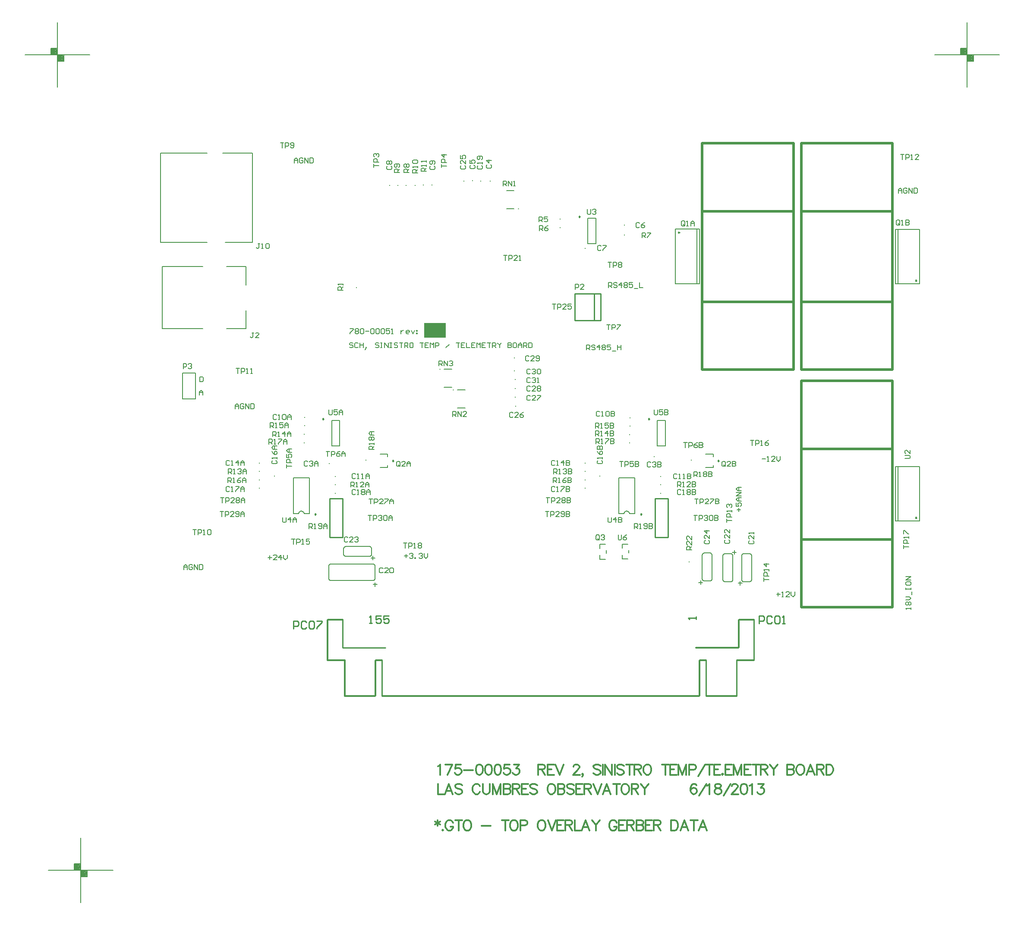
<source format=gto>
%FSLAX23Y23*%
%MOIN*%
G70*
G01*
G75*
G04 Layer_Color=65535*
%ADD10R,0.031X0.060*%
%ADD11R,0.014X0.060*%
%ADD12R,0.030X0.100*%
%ADD13R,0.045X0.017*%
%ADD14R,0.050X0.050*%
%ADD15R,0.050X0.050*%
%ADD16R,0.036X0.036*%
%ADD17O,0.098X0.028*%
%ADD18R,0.065X0.012*%
%ADD19R,0.135X0.070*%
%ADD20R,0.070X0.135*%
%ADD21R,0.037X0.035*%
%ADD22R,0.037X0.035*%
%ADD23R,0.100X0.100*%
%ADD24R,0.048X0.078*%
%ADD25R,0.078X0.048*%
%ADD26C,0.010*%
%ADD27C,0.025*%
%ADD28C,0.008*%
%ADD29C,0.005*%
%ADD30C,0.006*%
%ADD31C,0.020*%
%ADD32C,0.050*%
%ADD33C,0.012*%
%ADD34C,0.012*%
%ADD35C,0.012*%
%ADD36C,0.220*%
%ADD37C,0.020*%
%ADD38C,0.063*%
%ADD39R,0.063X0.063*%
%ADD40C,0.050*%
%ADD41C,0.039*%
%ADD42R,0.060X0.060*%
%ADD43C,0.060*%
%ADD44R,0.059X0.059*%
%ADD45C,0.059*%
%ADD46C,0.079*%
%ADD47C,0.157*%
%ADD48C,0.059*%
%ADD49R,0.059X0.059*%
%ADD50C,0.116*%
%ADD51C,0.065*%
%ADD52C,0.100*%
%ADD53C,0.030*%
%ADD54C,0.040*%
%ADD55C,0.206*%
%ADD56C,0.079*%
G04:AMPARAMS|DCode=57|XSize=85mil|YSize=85mil|CornerRadius=0mil|HoleSize=0mil|Usage=FLASHONLY|Rotation=0.000|XOffset=0mil|YOffset=0mil|HoleType=Round|Shape=Relief|Width=10mil|Gap=10mil|Entries=4|*
%AMTHD57*
7,0,0,0.085,0.065,0.010,45*
%
%ADD57THD57*%
%ADD58C,0.080*%
G04:AMPARAMS|DCode=59|XSize=90mil|YSize=90mil|CornerRadius=0mil|HoleSize=0mil|Usage=FLASHONLY|Rotation=0.000|XOffset=0mil|YOffset=0mil|HoleType=Round|Shape=Relief|Width=10mil|Gap=10mil|Entries=4|*
%AMTHD59*
7,0,0,0.090,0.070,0.010,45*
%
%ADD59THD59*%
%ADD60C,0.070*%
G04:AMPARAMS|DCode=61|XSize=95.433mil|YSize=95.433mil|CornerRadius=0mil|HoleSize=0mil|Usage=FLASHONLY|Rotation=0.000|XOffset=0mil|YOffset=0mil|HoleType=Round|Shape=Relief|Width=10mil|Gap=10mil|Entries=4|*
%AMTHD61*
7,0,0,0.095,0.075,0.010,45*
%
%ADD61THD61*%
%ADD62C,0.075*%
%ADD63C,0.076*%
%ADD64C,0.131*%
%ADD65C,0.075*%
%ADD66C,0.168*%
%ADD67C,0.080*%
%ADD68C,0.103*%
G04:AMPARAMS|DCode=69|XSize=70mil|YSize=70mil|CornerRadius=0mil|HoleSize=0mil|Usage=FLASHONLY|Rotation=0.000|XOffset=0mil|YOffset=0mil|HoleType=Round|Shape=Relief|Width=10mil|Gap=10mil|Entries=4|*
%AMTHD69*
7,0,0,0.070,0.050,0.010,45*
%
%ADD69THD69*%
%ADD70C,0.055*%
G04:AMPARAMS|DCode=71|XSize=75mil|YSize=75mil|CornerRadius=0mil|HoleSize=0mil|Usage=FLASHONLY|Rotation=0.000|XOffset=0mil|YOffset=0mil|HoleType=Round|Shape=Relief|Width=10mil|Gap=10mil|Entries=4|*
%AMTHD71*
7,0,0,0.075,0.055,0.010,45*
%
%ADD71THD71*%
%ADD72C,0.068*%
G04:AMPARAMS|DCode=73|XSize=96.221mil|YSize=96.221mil|CornerRadius=0mil|HoleSize=0mil|Usage=FLASHONLY|Rotation=0.000|XOffset=0mil|YOffset=0mil|HoleType=Round|Shape=Relief|Width=10mil|Gap=10mil|Entries=4|*
%AMTHD73*
7,0,0,0.096,0.076,0.010,45*
%
%ADD73THD73*%
G04:AMPARAMS|DCode=74|XSize=150.551mil|YSize=150.551mil|CornerRadius=0mil|HoleSize=0mil|Usage=FLASHONLY|Rotation=0.000|XOffset=0mil|YOffset=0mil|HoleType=Round|Shape=Relief|Width=10mil|Gap=10mil|Entries=4|*
%AMTHD74*
7,0,0,0.151,0.131,0.010,45*
%
%ADD74THD74*%
G04:AMPARAMS|DCode=75|XSize=100mil|YSize=100mil|CornerRadius=0mil|HoleSize=0mil|Usage=FLASHONLY|Rotation=0.000|XOffset=0mil|YOffset=0mil|HoleType=Round|Shape=Relief|Width=10mil|Gap=10mil|Entries=4|*
%AMTHD75*
7,0,0,0.100,0.080,0.010,45*
%
%ADD75THD75*%
G04:AMPARAMS|DCode=76|XSize=123mil|YSize=123mil|CornerRadius=0mil|HoleSize=0mil|Usage=FLASHONLY|Rotation=0.000|XOffset=0mil|YOffset=0mil|HoleType=Round|Shape=Relief|Width=10mil|Gap=10mil|Entries=4|*
%AMTHD76*
7,0,0,0.123,0.103,0.010,45*
%
%ADD76THD76*%
%ADD77R,0.272X0.268*%
%ADD78R,0.075X0.037*%
%ADD79R,0.100X0.100*%
%ADD80R,0.016X0.085*%
%ADD81R,0.709X0.020*%
%ADD82R,0.053X0.053*%
%ADD83R,0.035X0.053*%
%ADD84R,0.012X0.057*%
%ADD85R,0.185X0.025*%
%ADD86R,0.100X0.025*%
%ADD87C,0.010*%
%ADD88C,0.010*%
%ADD89C,0.008*%
%ADD90C,0.007*%
%ADD91R,0.170X0.118*%
D26*
X57150Y33608D02*
Y33825D01*
X57268Y33510D02*
Y33825D01*
X56847Y33234D02*
Y33510D01*
X56898Y33234D02*
Y33510D01*
X57134Y33234D02*
Y33510D01*
X56847D02*
X56898D01*
X57150Y33825D02*
X57268D01*
X57134Y33510D02*
X57268D01*
X56819Y33608D02*
X57150D01*
X56898Y33234D02*
X57134D01*
X55575D02*
X56847D01*
X54394D02*
X55666D01*
X54107D02*
X54343D01*
X54091Y33608D02*
X54422D01*
X53973Y33510D02*
X54107D01*
X53973Y33825D02*
X54091D01*
X54343Y33510D02*
X54394D01*
X54107Y33234D02*
Y33510D01*
X54343Y33234D02*
Y33510D01*
X54394Y33234D02*
Y33510D01*
X53973D02*
Y33825D01*
X54091Y33608D02*
Y33825D01*
X54092Y33612D02*
Y33829D01*
X53974Y33514D02*
Y33829D01*
X54395Y33238D02*
Y33514D01*
X54344Y33238D02*
Y33514D01*
X54108Y33238D02*
Y33514D01*
X54344D02*
X54395D01*
X53974Y33829D02*
X54092D01*
X53974Y33514D02*
X54108D01*
Y33238D02*
X54344D01*
X54395D02*
X55667D01*
X55576D02*
X56848D01*
X56899D02*
X57135D01*
X56820Y33612D02*
X57151D01*
X57135Y33514D02*
X57269D01*
X57151Y33829D02*
X57269D01*
X56848Y33514D02*
X56899D01*
X57135Y33238D02*
Y33514D01*
X56899Y33238D02*
Y33514D01*
X56848Y33238D02*
Y33514D01*
X57269D02*
Y33829D01*
X57151Y33612D02*
Y33829D01*
X56607Y34460D02*
Y34760D01*
X56507D02*
X56607D01*
X56507Y34460D02*
X56607D01*
X56507D02*
Y34760D01*
X54093Y34460D02*
Y34760D01*
X53993D02*
X54093D01*
X53993Y34460D02*
X54093D01*
X53993D02*
Y34760D01*
X56086Y36139D02*
Y36344D01*
X55886Y36139D02*
Y36344D01*
X56086D01*
X55886Y36139D02*
X56086D01*
X56036D02*
Y36344D01*
X53711Y33755D02*
Y33814D01*
X53741D01*
X53751Y33804D01*
Y33784D01*
X53741Y33775D01*
X53711D01*
X53811Y33804D02*
X53801Y33814D01*
X53781D01*
X53771Y33804D01*
Y33765D01*
X53781Y33755D01*
X53801D01*
X53811Y33765D01*
X53831Y33804D02*
X53841Y33814D01*
X53861D01*
X53871Y33804D01*
Y33765D01*
X53861Y33755D01*
X53841D01*
X53831Y33765D01*
Y33804D01*
X53891Y33814D02*
X53931D01*
Y33804D01*
X53891Y33765D01*
Y33755D01*
X57308Y33795D02*
Y33854D01*
X57338D01*
X57348Y33844D01*
Y33824D01*
X57338Y33815D01*
X57308D01*
X57408Y33844D02*
X57398Y33854D01*
X57378D01*
X57368Y33844D01*
Y33805D01*
X57378Y33795D01*
X57398D01*
X57408Y33805D01*
X57428Y33844D02*
X57438Y33854D01*
X57458D01*
X57468Y33844D01*
Y33805D01*
X57458Y33795D01*
X57438D01*
X57428Y33805D01*
Y33844D01*
X57488Y33795D02*
X57508D01*
X57498D01*
Y33854D01*
X57488Y33844D01*
X54299Y33797D02*
X54319D01*
X54309D01*
Y33856D01*
X54299Y33846D01*
X54389Y33856D02*
X54349D01*
Y33826D01*
X54369Y33836D01*
X54379D01*
X54389Y33826D01*
Y33807D01*
X54379Y33797D01*
X54359D01*
X54349Y33807D01*
X54449Y33856D02*
X54409D01*
Y33826D01*
X54429Y33836D01*
X54439D01*
X54449Y33826D01*
Y33807D01*
X54439Y33797D01*
X54419D01*
X54409Y33807D01*
X56821Y33827D02*
Y33847D01*
Y33837D01*
X56761D01*
X56771Y33827D01*
D28*
X54328Y34128D02*
X54338Y34132D01*
X54342Y34142D01*
Y34242D02*
X54338Y34251D01*
X54328Y34256D01*
X53998D02*
X53988Y34251D01*
X53984Y34242D01*
Y34142D02*
X53988Y34132D01*
X53998Y34128D01*
X57189Y34335D02*
X57179Y34331D01*
X57175Y34321D01*
X57251D02*
X57247Y34331D01*
X57237Y34335D01*
Y34119D02*
X57247Y34123D01*
X57251Y34133D01*
X57175D02*
X57179Y34123D01*
X57189Y34119D01*
X57092Y34119D02*
X57102Y34123D01*
X57106Y34133D01*
X57030D02*
X57034Y34123D01*
X57044Y34119D01*
Y34335D02*
X57034Y34330D01*
X57030Y34321D01*
X57106D02*
X57102Y34330D01*
X57092Y34335D01*
X54100Y34328D02*
X54104Y34318D01*
X54114Y34314D01*
Y34390D02*
X54104Y34385D01*
X54100Y34376D01*
X54316D02*
X54312Y34385D01*
X54302Y34390D01*
Y34314D02*
X54312Y34318D01*
X54316Y34328D01*
X56884Y34340D02*
X56874Y34335D01*
X56870Y34326D01*
X56946D02*
X56942Y34335D01*
X56932Y34340D01*
Y34124D02*
X56942Y34128D01*
X56946Y34138D01*
X56870D02*
X56874Y34128D01*
X56884Y34124D01*
X53998Y34256D02*
X54328D01*
X53998Y34128D02*
X54328D01*
X54342Y34142D02*
Y34242D01*
X53984Y34142D02*
Y34242D01*
X57251Y34133D02*
Y34321D01*
X57175Y34133D02*
Y34321D01*
X57189Y34119D02*
X57237D01*
X57189Y34335D02*
X57237D01*
X57030Y34133D02*
Y34321D01*
X57106Y34133D02*
Y34321D01*
X57044Y34335D02*
X57092D01*
X57044Y34119D02*
X57092D01*
X54114Y34390D02*
X54302D01*
X54114Y34314D02*
X54302D01*
X54316Y34328D02*
Y34376D01*
X54100Y34328D02*
Y34376D01*
X56946Y34138D02*
Y34326D01*
X56870Y34138D02*
Y34326D01*
X56884Y34124D02*
X56932D01*
X56884Y34340D02*
X56932D01*
X58435Y35070D02*
X58468D01*
X58475Y35076D01*
Y35090D01*
X58468Y35096D01*
X58435D01*
X58475Y35136D02*
Y35109D01*
X58448Y35136D01*
X58442D01*
X58435Y35129D01*
Y35116D01*
X58442Y35109D01*
X54941Y35396D02*
Y35435D01*
X54961D01*
X54968Y35429D01*
Y35416D01*
X54961Y35409D01*
X54941D01*
X54954D02*
X54968Y35396D01*
X54981D02*
Y35435D01*
X55008Y35396D01*
Y35435D01*
X55048Y35396D02*
X55021D01*
X55048Y35422D01*
Y35429D01*
X55041Y35435D01*
X55028D01*
X55021Y35429D01*
X55542Y35626D02*
X55535Y35632D01*
X55522D01*
X55515Y35626D01*
Y35599D01*
X55522Y35593D01*
X55535D01*
X55542Y35599D01*
X55582Y35593D02*
X55555D01*
X55582Y35619D01*
Y35626D01*
X55575Y35632D01*
X55562D01*
X55555Y35626D01*
X55595D02*
X55602Y35632D01*
X55615D01*
X55622Y35626D01*
Y35619D01*
X55615Y35612D01*
X55622Y35606D01*
Y35599D01*
X55615Y35593D01*
X55602D01*
X55595Y35599D01*
Y35606D01*
X55602Y35612D01*
X55595Y35619D01*
Y35626D01*
X55602Y35612D02*
X55615D01*
X55542Y35553D02*
X55535Y35559D01*
X55522D01*
X55515Y35553D01*
Y35526D01*
X55522Y35520D01*
X55535D01*
X55542Y35526D01*
X55582Y35520D02*
X55555D01*
X55582Y35546D01*
Y35553D01*
X55575Y35559D01*
X55562D01*
X55555Y35553D01*
X55595Y35559D02*
X55622D01*
Y35553D01*
X55595Y35526D01*
Y35520D01*
X55408Y35422D02*
X55401Y35428D01*
X55388D01*
X55381Y35422D01*
Y35395D01*
X55388Y35389D01*
X55401D01*
X55408Y35395D01*
X55448Y35389D02*
X55421D01*
X55448Y35415D01*
Y35422D01*
X55441Y35428D01*
X55428D01*
X55421Y35422D01*
X55488Y35428D02*
X55474Y35422D01*
X55461Y35409D01*
Y35395D01*
X55468Y35389D01*
X55481D01*
X55488Y35395D01*
Y35402D01*
X55481Y35409D01*
X55461D01*
X54836Y35787D02*
Y35826D01*
X54856D01*
X54863Y35820D01*
Y35806D01*
X54856Y35800D01*
X54836D01*
X54849D02*
X54863Y35787D01*
X54876D02*
Y35826D01*
X54903Y35787D01*
Y35826D01*
X54916Y35820D02*
X54923Y35826D01*
X54936D01*
X54943Y35820D01*
Y35813D01*
X54936Y35806D01*
X54929D01*
X54936D01*
X54943Y35800D01*
Y35793D01*
X54936Y35787D01*
X54923D01*
X54916Y35793D01*
X55542Y35690D02*
X55535Y35696D01*
X55522D01*
X55515Y35690D01*
Y35663D01*
X55522Y35657D01*
X55535D01*
X55542Y35663D01*
X55555Y35690D02*
X55562Y35696D01*
X55575D01*
X55582Y35690D01*
Y35683D01*
X55575Y35677D01*
X55568D01*
X55575D01*
X55582Y35670D01*
Y35663D01*
X55575Y35657D01*
X55562D01*
X55555Y35663D01*
X55595Y35657D02*
X55608D01*
X55602D01*
Y35696D01*
X55595Y35690D01*
X55541Y35757D02*
X55534Y35763D01*
X55521D01*
X55514Y35757D01*
Y35730D01*
X55521Y35724D01*
X55534D01*
X55541Y35730D01*
X55554Y35757D02*
X55561Y35763D01*
X55574D01*
X55581Y35757D01*
Y35750D01*
X55574Y35743D01*
X55567D01*
X55574D01*
X55581Y35737D01*
Y35730D01*
X55574Y35724D01*
X55561D01*
X55554Y35730D01*
X55594Y35757D02*
X55601Y35763D01*
X55614D01*
X55621Y35757D01*
Y35730D01*
X55614Y35724D01*
X55601D01*
X55594Y35730D01*
Y35757D01*
X55533Y35858D02*
X55526Y35864D01*
X55513D01*
X55506Y35858D01*
Y35831D01*
X55513Y35825D01*
X55526D01*
X55533Y35831D01*
X55573Y35825D02*
X55546D01*
X55573Y35851D01*
Y35858D01*
X55566Y35864D01*
X55553D01*
X55546Y35858D01*
X55586Y35831D02*
X55593Y35825D01*
X55606D01*
X55613Y35831D01*
Y35858D01*
X55606Y35864D01*
X55593D01*
X55586Y35858D01*
Y35851D01*
X55593Y35845D01*
X55613D01*
X56788Y34364D02*
X56748D01*
Y34383D01*
X56755Y34390D01*
X56768D01*
X56775Y34383D01*
Y34364D01*
Y34377D02*
X56788Y34390D01*
Y34430D02*
Y34403D01*
X56761Y34430D01*
X56755D01*
X56748Y34423D01*
Y34410D01*
X56755Y34403D01*
X56788Y34470D02*
Y34443D01*
X56761Y34470D01*
X56755D01*
X56748Y34463D01*
Y34450D01*
X56755Y34443D01*
X58395Y36883D02*
Y36909D01*
X58388Y36916D01*
X58375D01*
X58368Y36909D01*
Y36883D01*
X58375Y36876D01*
X58388D01*
X58382Y36889D02*
X58395Y36876D01*
X58388D02*
X58395Y36883D01*
X58408Y36876D02*
X58422D01*
X58415D01*
Y36916D01*
X58408Y36909D01*
X58442Y36916D02*
Y36876D01*
X58462D01*
X58468Y36883D01*
Y36889D01*
X58462Y36896D01*
X58442D01*
X58462D01*
X58468Y36903D01*
Y36909D01*
X58462Y36916D01*
X58442D01*
X56736Y36874D02*
Y36901D01*
X56729Y36907D01*
X56716D01*
X56709Y36901D01*
Y36874D01*
X56716Y36868D01*
X56729D01*
X56722Y36881D02*
X56736Y36868D01*
X56729D02*
X56736Y36874D01*
X56749Y36868D02*
X56762D01*
X56756D01*
Y36907D01*
X56749Y36901D01*
X56782Y36868D02*
Y36894D01*
X56796Y36907D01*
X56809Y36894D01*
Y36868D01*
Y36888D01*
X56782D01*
X56473Y35038D02*
X56466Y35044D01*
X56453D01*
X56446Y35038D01*
Y35011D01*
X56453Y35005D01*
X56466D01*
X56473Y35011D01*
X56486Y35038D02*
X56493Y35044D01*
X56506D01*
X56513Y35038D01*
Y35031D01*
X56506Y35025D01*
X56499D01*
X56506D01*
X56513Y35018D01*
Y35011D01*
X56506Y35005D01*
X56493D01*
X56486Y35011D01*
X56526Y35044D02*
Y35005D01*
X56546D01*
X56553Y35011D01*
Y35018D01*
X56546Y35025D01*
X56526D01*
X56546D01*
X56553Y35031D01*
Y35038D01*
X56546Y35044D01*
X56526D01*
X53823Y35046D02*
X53816Y35052D01*
X53803D01*
X53796Y35046D01*
Y35019D01*
X53803Y35013D01*
X53816D01*
X53823Y35019D01*
X53836Y35046D02*
X53843Y35052D01*
X53856D01*
X53863Y35046D01*
Y35039D01*
X53856Y35033D01*
X53849D01*
X53856D01*
X53863Y35026D01*
Y35019D01*
X53856Y35013D01*
X53843D01*
X53836Y35019D01*
X53876Y35013D02*
Y35039D01*
X53889Y35052D01*
X53903Y35039D01*
Y35013D01*
Y35033D01*
X53876D01*
X57333Y35068D02*
X57360D01*
X57373Y35048D02*
X57386D01*
X57380D01*
Y35087D01*
X57373Y35081D01*
X57433Y35048D02*
X57406D01*
X57433Y35074D01*
Y35081D01*
X57426Y35087D01*
X57413D01*
X57406Y35081D01*
X57446Y35087D02*
Y35061D01*
X57460Y35048D01*
X57473Y35061D01*
Y35087D01*
X56221Y34481D02*
Y34448D01*
X56227Y34441D01*
X56240D01*
X56247Y34448D01*
Y34481D01*
X56287D02*
X56274Y34474D01*
X56260Y34461D01*
Y34448D01*
X56267Y34441D01*
X56280D01*
X56287Y34448D01*
Y34454D01*
X56280Y34461D01*
X56260D01*
X56500Y35448D02*
Y35415D01*
X56507Y35409D01*
X56520D01*
X56527Y35415D01*
Y35448D01*
X56567D02*
X56540D01*
Y35429D01*
X56553Y35435D01*
X56560D01*
X56567Y35429D01*
Y35415D01*
X56560Y35409D01*
X56547D01*
X56540Y35415D01*
X56580Y35448D02*
Y35409D01*
X56600D01*
X56607Y35415D01*
Y35422D01*
X56600Y35429D01*
X56580D01*
X56600D01*
X56607Y35435D01*
Y35442D01*
X56600Y35448D01*
X56580D01*
X53986D02*
Y35415D01*
X53993Y35409D01*
X54006D01*
X54013Y35415D01*
Y35448D01*
X54053D02*
X54026D01*
Y35429D01*
X54039Y35435D01*
X54046D01*
X54053Y35429D01*
Y35415D01*
X54046Y35409D01*
X54033D01*
X54026Y35415D01*
X54066Y35409D02*
Y35435D01*
X54079Y35448D01*
X54093Y35435D01*
Y35409D01*
Y35429D01*
X54066D01*
X56142Y34616D02*
Y34583D01*
X56149Y34577D01*
X56162D01*
X56169Y34583D01*
Y34616D01*
X56202Y34577D02*
Y34616D01*
X56182Y34597D01*
X56209D01*
X56222Y34616D02*
Y34577D01*
X56242D01*
X56249Y34583D01*
Y34590D01*
X56242Y34597D01*
X56222D01*
X56242D01*
X56249Y34603D01*
Y34610D01*
X56242Y34616D01*
X56222D01*
X53628D02*
Y34583D01*
X53635Y34577D01*
X53648D01*
X53655Y34583D01*
Y34616D01*
X53688Y34577D02*
Y34616D01*
X53668Y34597D01*
X53695D01*
X53708Y34577D02*
Y34603D01*
X53721Y34616D01*
X53735Y34603D01*
Y34577D01*
Y34597D01*
X53708D01*
X55983Y36997D02*
Y36964D01*
X55990Y36958D01*
X56003D01*
X56010Y36964D01*
Y36997D01*
X56023Y36991D02*
X56030Y36997D01*
X56043D01*
X56050Y36991D01*
Y36984D01*
X56043Y36978D01*
X56036D01*
X56043D01*
X56050Y36971D01*
Y36964D01*
X56043Y36958D01*
X56030D01*
X56023Y36964D01*
X56804Y34631D02*
X56831D01*
X56817D01*
Y34592D01*
X56844D02*
Y34631D01*
X56864D01*
X56871Y34625D01*
Y34611D01*
X56864Y34605D01*
X56844D01*
X56884Y34625D02*
X56891Y34631D01*
X56904D01*
X56911Y34625D01*
Y34618D01*
X56904Y34611D01*
X56897D01*
X56904D01*
X56911Y34605D01*
Y34598D01*
X56904Y34592D01*
X56891D01*
X56884Y34598D01*
X56924Y34625D02*
X56931Y34631D01*
X56944D01*
X56951Y34625D01*
Y34598D01*
X56944Y34592D01*
X56931D01*
X56924Y34598D01*
Y34625D01*
X56964Y34631D02*
Y34592D01*
X56984D01*
X56991Y34598D01*
Y34605D01*
X56984Y34611D01*
X56964D01*
X56984D01*
X56991Y34618D01*
Y34625D01*
X56984Y34631D01*
X56964D01*
X54290D02*
X54317D01*
X54303D01*
Y34592D01*
X54330D02*
Y34631D01*
X54350D01*
X54357Y34625D01*
Y34611D01*
X54350Y34605D01*
X54330D01*
X54370Y34625D02*
X54377Y34631D01*
X54390D01*
X54397Y34625D01*
Y34618D01*
X54390Y34611D01*
X54383D01*
X54390D01*
X54397Y34605D01*
Y34598D01*
X54390Y34592D01*
X54377D01*
X54370Y34598D01*
X54410Y34625D02*
X54417Y34631D01*
X54430D01*
X54437Y34625D01*
Y34598D01*
X54430Y34592D01*
X54417D01*
X54410Y34598D01*
Y34625D01*
X54450Y34592D02*
Y34618D01*
X54463Y34631D01*
X54477Y34618D01*
Y34592D01*
Y34611D01*
X54450D01*
X55660Y34661D02*
X55687D01*
X55673D01*
Y34622D01*
X55700D02*
Y34661D01*
X55720D01*
X55727Y34655D01*
Y34642D01*
X55720Y34635D01*
X55700D01*
X55767Y34622D02*
X55740D01*
X55767Y34648D01*
Y34655D01*
X55760Y34661D01*
X55747D01*
X55740Y34655D01*
X55780Y34628D02*
X55787Y34622D01*
X55800D01*
X55807Y34628D01*
Y34655D01*
X55800Y34661D01*
X55787D01*
X55780Y34655D01*
Y34648D01*
X55787Y34642D01*
X55807D01*
X55820Y34661D02*
Y34622D01*
X55840D01*
X55847Y34628D01*
Y34635D01*
X55840Y34642D01*
X55820D01*
X55840D01*
X55847Y34648D01*
Y34655D01*
X55840Y34661D01*
X55820D01*
X53146D02*
X53173D01*
X53159D01*
Y34622D01*
X53186D02*
Y34661D01*
X53206D01*
X53213Y34655D01*
Y34642D01*
X53206Y34635D01*
X53186D01*
X53253Y34622D02*
X53226D01*
X53253Y34648D01*
Y34655D01*
X53246Y34661D01*
X53233D01*
X53226Y34655D01*
X53266Y34628D02*
X53273Y34622D01*
X53286D01*
X53293Y34628D01*
Y34655D01*
X53286Y34661D01*
X53273D01*
X53266Y34655D01*
Y34648D01*
X53273Y34642D01*
X53293D01*
X53306Y34622D02*
Y34648D01*
X53319Y34661D01*
X53333Y34648D01*
Y34622D01*
Y34642D01*
X53306D01*
X55664Y34767D02*
X55691D01*
X55677D01*
Y34728D01*
X55704D02*
Y34767D01*
X55724D01*
X55731Y34761D01*
Y34748D01*
X55724Y34741D01*
X55704D01*
X55771Y34728D02*
X55744D01*
X55771Y34754D01*
Y34761D01*
X55764Y34767D01*
X55751D01*
X55744Y34761D01*
X55784D02*
X55791Y34767D01*
X55804D01*
X55811Y34761D01*
Y34754D01*
X55804Y34748D01*
X55811Y34741D01*
Y34734D01*
X55804Y34728D01*
X55791D01*
X55784Y34734D01*
Y34741D01*
X55791Y34748D01*
X55784Y34754D01*
Y34761D01*
X55791Y34748D02*
X55804D01*
X55824Y34767D02*
Y34728D01*
X55844D01*
X55851Y34734D01*
Y34741D01*
X55844Y34748D01*
X55824D01*
X55844D01*
X55851Y34754D01*
Y34761D01*
X55844Y34767D01*
X55824D01*
X53150D02*
X53177D01*
X53163D01*
Y34728D01*
X53190D02*
Y34767D01*
X53210D01*
X53217Y34761D01*
Y34748D01*
X53210Y34741D01*
X53190D01*
X53257Y34728D02*
X53230D01*
X53257Y34754D01*
Y34761D01*
X53250Y34767D01*
X53237D01*
X53230Y34761D01*
X53270D02*
X53277Y34767D01*
X53290D01*
X53297Y34761D01*
Y34754D01*
X53290Y34748D01*
X53297Y34741D01*
Y34734D01*
X53290Y34728D01*
X53277D01*
X53270Y34734D01*
Y34741D01*
X53277Y34748D01*
X53270Y34754D01*
Y34761D01*
X53277Y34748D02*
X53290D01*
X53310Y34728D02*
Y34754D01*
X53323Y34767D01*
X53337Y34754D01*
Y34728D01*
Y34748D01*
X53310D01*
X56811Y34759D02*
X56838D01*
X56824D01*
Y34720D01*
X56851D02*
Y34759D01*
X56871D01*
X56878Y34753D01*
Y34740D01*
X56871Y34733D01*
X56851D01*
X56918Y34720D02*
X56891D01*
X56918Y34746D01*
Y34753D01*
X56911Y34759D01*
X56898D01*
X56891Y34753D01*
X56931Y34759D02*
X56958D01*
Y34753D01*
X56931Y34726D01*
Y34720D01*
X56971Y34759D02*
Y34720D01*
X56991D01*
X56998Y34726D01*
Y34733D01*
X56991Y34740D01*
X56971D01*
X56991D01*
X56998Y34746D01*
Y34753D01*
X56991Y34759D01*
X56971D01*
X54297D02*
X54324D01*
X54310D01*
Y34720D01*
X54337D02*
Y34759D01*
X54357D01*
X54364Y34753D01*
Y34740D01*
X54357Y34733D01*
X54337D01*
X54404Y34720D02*
X54377D01*
X54404Y34746D01*
Y34753D01*
X54397Y34759D01*
X54384D01*
X54377Y34753D01*
X54417Y34759D02*
X54444D01*
Y34753D01*
X54417Y34726D01*
Y34720D01*
X54457D02*
Y34746D01*
X54470Y34759D01*
X54484Y34746D01*
Y34720D01*
Y34740D01*
X54457D01*
X55711Y36264D02*
X55738D01*
X55724D01*
Y36225D01*
X55751D02*
Y36264D01*
X55771D01*
X55778Y36258D01*
Y36244D01*
X55771Y36238D01*
X55751D01*
X55818Y36225D02*
X55791D01*
X55818Y36251D01*
Y36258D01*
X55811Y36264D01*
X55798D01*
X55791Y36258D01*
X55858Y36264D02*
X55831D01*
Y36244D01*
X55844Y36251D01*
X55851D01*
X55858Y36244D01*
Y36231D01*
X55851Y36225D01*
X55838D01*
X55831Y36231D01*
X55336Y36642D02*
X55363D01*
X55349D01*
Y36603D01*
X55376D02*
Y36642D01*
X55396D01*
X55403Y36636D01*
Y36623D01*
X55396Y36616D01*
X55376D01*
X55443Y36603D02*
X55416D01*
X55443Y36629D01*
Y36636D01*
X55436Y36642D01*
X55423D01*
X55416Y36636D01*
X55456Y36603D02*
X55469D01*
X55463D01*
Y36642D01*
X55456Y36636D01*
X54561Y34417D02*
X54588D01*
X54574D01*
Y34378D01*
X54601D02*
Y34417D01*
X54621D01*
X54628Y34411D01*
Y34398D01*
X54621Y34391D01*
X54601D01*
X54641Y34378D02*
X54654D01*
X54648D01*
Y34417D01*
X54641Y34411D01*
X54674D02*
X54681Y34417D01*
X54694D01*
X54701Y34411D01*
Y34404D01*
X54694Y34398D01*
X54701Y34391D01*
Y34384D01*
X54694Y34378D01*
X54681D01*
X54674Y34384D01*
Y34391D01*
X54681Y34398D01*
X54674Y34404D01*
Y34411D01*
X54681Y34398D02*
X54694D01*
X58426Y34376D02*
Y34402D01*
Y34389D01*
X58466D01*
Y34415D02*
X58426D01*
Y34435D01*
X58433Y34442D01*
X58446D01*
X58453Y34435D01*
Y34415D01*
X58466Y34455D02*
Y34469D01*
Y34462D01*
X58426D01*
X58433Y34455D01*
X58426Y34489D02*
Y34515D01*
X58433D01*
X58459Y34489D01*
X58466D01*
X57242Y35211D02*
X57268D01*
X57255D01*
Y35171D01*
X57281D02*
Y35211D01*
X57301D01*
X57308Y35204D01*
Y35191D01*
X57301Y35184D01*
X57281D01*
X57321Y35171D02*
X57335D01*
X57328D01*
Y35211D01*
X57321Y35204D01*
X57381Y35211D02*
X57368Y35204D01*
X57355Y35191D01*
Y35178D01*
X57361Y35171D01*
X57375D01*
X57381Y35178D01*
Y35184D01*
X57375Y35191D01*
X57355D01*
X53697Y34447D02*
X53724D01*
X53711D01*
Y34407D01*
X53737D02*
Y34447D01*
X53757D01*
X53764Y34440D01*
Y34427D01*
X53757Y34420D01*
X53737D01*
X53777Y34407D02*
X53791D01*
X53784D01*
Y34447D01*
X53777Y34440D01*
X53837Y34447D02*
X53811D01*
Y34427D01*
X53824Y34434D01*
X53831D01*
X53837Y34427D01*
Y34414D01*
X53831Y34407D01*
X53817D01*
X53811Y34414D01*
X57345Y34123D02*
Y34150D01*
Y34136D01*
X57385D01*
Y34163D02*
X57345D01*
Y34183D01*
X57352Y34190D01*
X57365D01*
X57372Y34183D01*
Y34163D01*
X57385Y34203D02*
Y34216D01*
Y34210D01*
X57345D01*
X57352Y34203D01*
X57385Y34256D02*
X57345D01*
X57365Y34236D01*
Y34263D01*
X57060Y34579D02*
Y34605D01*
Y34592D01*
X57100D01*
Y34618D02*
X57060D01*
Y34638D01*
X57067Y34645D01*
X57080D01*
X57087Y34638D01*
Y34618D01*
X57100Y34658D02*
Y34672D01*
Y34665D01*
X57060D01*
X57067Y34658D01*
Y34692D02*
X57060Y34698D01*
Y34712D01*
X57067Y34718D01*
X57073D01*
X57080Y34712D01*
Y34705D01*
Y34712D01*
X57087Y34718D01*
X57093D01*
X57100Y34712D01*
Y34698D01*
X57093Y34692D01*
X58403Y37423D02*
X58430D01*
X58417D01*
Y37383D01*
X58443D02*
Y37423D01*
X58463D01*
X58470Y37416D01*
Y37403D01*
X58463Y37396D01*
X58443D01*
X58483Y37383D02*
X58497D01*
X58490D01*
Y37423D01*
X58483Y37416D01*
X58543Y37383D02*
X58517D01*
X58543Y37410D01*
Y37416D01*
X58537Y37423D01*
X58523D01*
X58517Y37416D01*
X53269Y35769D02*
X53295D01*
X53282D01*
Y35729D01*
X53308D02*
Y35769D01*
X53328D01*
X53335Y35762D01*
Y35749D01*
X53328Y35742D01*
X53308D01*
X53348Y35729D02*
X53362D01*
X53355D01*
Y35769D01*
X53348Y35762D01*
X53382Y35729D02*
X53395D01*
X53388D01*
Y35769D01*
X53382Y35762D01*
X52936Y34521D02*
X52962D01*
X52949D01*
Y34481D01*
X52975D02*
Y34521D01*
X52995D01*
X53002Y34514D01*
Y34501D01*
X52995Y34494D01*
X52975D01*
X53015Y34481D02*
X53029D01*
X53022D01*
Y34521D01*
X53015Y34514D01*
X53049D02*
X53055Y34521D01*
X53069D01*
X53075Y34514D01*
Y34488D01*
X53069Y34481D01*
X53055D01*
X53049Y34488D01*
Y34514D01*
X53611Y37513D02*
X53637D01*
X53624D01*
Y37473D01*
X53650D02*
Y37513D01*
X53670D01*
X53677Y37506D01*
Y37493D01*
X53670Y37486D01*
X53650D01*
X53690Y37480D02*
X53697Y37473D01*
X53710D01*
X53717Y37480D01*
Y37506D01*
X53710Y37513D01*
X53697D01*
X53690Y37506D01*
Y37500D01*
X53697Y37493D01*
X53717D01*
X56142Y36588D02*
X56169D01*
X56155D01*
Y36548D01*
X56182D02*
Y36588D01*
X56202D01*
X56209Y36581D01*
Y36568D01*
X56202Y36561D01*
X56182D01*
X56222Y36581D02*
X56229Y36588D01*
X56242D01*
X56249Y36581D01*
Y36575D01*
X56242Y36568D01*
X56249Y36561D01*
Y36555D01*
X56242Y36548D01*
X56229D01*
X56222Y36555D01*
Y36561D01*
X56229Y36568D01*
X56222Y36575D01*
Y36581D01*
X56229Y36568D02*
X56242D01*
X56132Y36106D02*
X56159D01*
X56145D01*
Y36067D01*
X56172D02*
Y36106D01*
X56192D01*
X56199Y36100D01*
Y36087D01*
X56192Y36080D01*
X56172D01*
X56212Y36106D02*
X56239D01*
Y36100D01*
X56212Y36073D01*
Y36067D01*
X56727Y35194D02*
X56754D01*
X56740D01*
Y35155D01*
X56767D02*
Y35194D01*
X56787D01*
X56794Y35188D01*
Y35174D01*
X56787Y35168D01*
X56767D01*
X56834Y35194D02*
X56820Y35188D01*
X56807Y35174D01*
Y35161D01*
X56814Y35155D01*
X56827D01*
X56834Y35161D01*
Y35168D01*
X56827Y35174D01*
X56807D01*
X56847Y35194D02*
Y35155D01*
X56867D01*
X56874Y35161D01*
Y35168D01*
X56867Y35174D01*
X56847D01*
X56867D01*
X56874Y35181D01*
Y35188D01*
X56867Y35194D01*
X56847D01*
X53964Y35126D02*
X53991D01*
X53977D01*
Y35087D01*
X54004D02*
Y35126D01*
X54024D01*
X54031Y35120D01*
Y35107D01*
X54024Y35100D01*
X54004D01*
X54071Y35126D02*
X54057Y35120D01*
X54044Y35107D01*
Y35093D01*
X54051Y35087D01*
X54064D01*
X54071Y35093D01*
Y35100D01*
X54064Y35107D01*
X54044D01*
X54084Y35087D02*
Y35113D01*
X54097Y35126D01*
X54111Y35113D01*
Y35087D01*
Y35107D01*
X54084D01*
X56231Y35047D02*
X56258D01*
X56244D01*
Y35008D01*
X56271D02*
Y35047D01*
X56291D01*
X56298Y35041D01*
Y35028D01*
X56291Y35021D01*
X56271D01*
X56338Y35047D02*
X56311D01*
Y35028D01*
X56324Y35034D01*
X56331D01*
X56338Y35028D01*
Y35014D01*
X56331Y35008D01*
X56318D01*
X56311Y35014D01*
X56351Y35047D02*
Y35008D01*
X56371D01*
X56378Y35014D01*
Y35021D01*
X56371Y35028D01*
X56351D01*
X56371D01*
X56378Y35034D01*
Y35041D01*
X56371Y35047D01*
X56351D01*
X53660Y34998D02*
Y35024D01*
Y35011D01*
X53700D01*
Y35037D02*
X53660D01*
Y35057D01*
X53667Y35064D01*
X53680D01*
X53687Y35057D01*
Y35037D01*
X53660Y35104D02*
Y35077D01*
X53680D01*
X53673Y35091D01*
Y35097D01*
X53680Y35104D01*
X53693D01*
X53700Y35097D01*
Y35084D01*
X53693Y35077D01*
X53700Y35117D02*
X53673D01*
X53660Y35131D01*
X53673Y35144D01*
X53700D01*
X53680D01*
Y35117D01*
X54854Y37320D02*
Y37346D01*
Y37333D01*
X54894D01*
Y37359D02*
X54854D01*
Y37379D01*
X54861Y37386D01*
X54874D01*
X54881Y37379D01*
Y37359D01*
X54894Y37419D02*
X54854D01*
X54874Y37399D01*
Y37426D01*
X54333Y37322D02*
Y37348D01*
Y37335D01*
X54373D01*
Y37361D02*
X54333D01*
Y37381D01*
X54340Y37388D01*
X54353D01*
X54360Y37381D01*
Y37361D01*
X54340Y37401D02*
X54333Y37408D01*
Y37421D01*
X54340Y37428D01*
X54346D01*
X54353Y37421D01*
Y37415D01*
Y37421D01*
X54360Y37428D01*
X54366D01*
X54373Y37421D01*
Y37408D01*
X54366Y37401D01*
X56346Y34528D02*
Y34568D01*
X56366D01*
X56373Y34561D01*
Y34548D01*
X56366Y34541D01*
X56346D01*
X56359D02*
X56373Y34528D01*
X56386D02*
X56399D01*
X56393D01*
Y34568D01*
X56386Y34561D01*
X56419Y34534D02*
X56426Y34528D01*
X56439D01*
X56446Y34534D01*
Y34561D01*
X56439Y34568D01*
X56426D01*
X56419Y34561D01*
Y34554D01*
X56426Y34548D01*
X56446D01*
X56459Y34568D02*
Y34528D01*
X56479D01*
X56486Y34534D01*
Y34541D01*
X56479Y34548D01*
X56459D01*
X56479D01*
X56486Y34554D01*
Y34561D01*
X56479Y34568D01*
X56459D01*
X53832Y34528D02*
Y34568D01*
X53852D01*
X53859Y34561D01*
Y34548D01*
X53852Y34541D01*
X53832D01*
X53845D02*
X53859Y34528D01*
X53872D02*
X53885D01*
X53879D01*
Y34568D01*
X53872Y34561D01*
X53905Y34534D02*
X53912Y34528D01*
X53925D01*
X53932Y34534D01*
Y34561D01*
X53925Y34568D01*
X53912D01*
X53905Y34561D01*
Y34554D01*
X53912Y34548D01*
X53932D01*
X53945Y34528D02*
Y34554D01*
X53959Y34568D01*
X53972Y34554D01*
Y34528D01*
Y34548D01*
X53945D01*
X56806Y34930D02*
Y34969D01*
X56826D01*
X56833Y34963D01*
Y34950D01*
X56826Y34943D01*
X56806D01*
X56819D02*
X56833Y34930D01*
X56846D02*
X56859D01*
X56853D01*
Y34969D01*
X56846Y34963D01*
X56879D02*
X56886Y34969D01*
X56899D01*
X56906Y34963D01*
Y34956D01*
X56899Y34950D01*
X56906Y34943D01*
Y34936D01*
X56899Y34930D01*
X56886D01*
X56879Y34936D01*
Y34943D01*
X56886Y34950D01*
X56879Y34956D01*
Y34963D01*
X56886Y34950D02*
X56899D01*
X56919Y34969D02*
Y34930D01*
X56939D01*
X56946Y34936D01*
Y34943D01*
X56939Y34950D01*
X56919D01*
X56939D01*
X56946Y34956D01*
Y34963D01*
X56939Y34969D01*
X56919D01*
X54334Y35140D02*
X54294D01*
Y35160D01*
X54301Y35166D01*
X54314D01*
X54321Y35160D01*
Y35140D01*
Y35153D02*
X54334Y35166D01*
Y35179D02*
Y35193D01*
Y35186D01*
X54294D01*
X54301Y35179D01*
Y35213D02*
X54294Y35219D01*
Y35233D01*
X54301Y35239D01*
X54307D01*
X54314Y35233D01*
X54321Y35239D01*
X54327D01*
X54334Y35233D01*
Y35219D01*
X54327Y35213D01*
X54321D01*
X54314Y35219D01*
X54307Y35213D01*
X54301D01*
X54314Y35219D02*
Y35233D01*
X54334Y35253D02*
X54307D01*
X54294Y35266D01*
X54307Y35279D01*
X54334D01*
X54314D01*
Y35253D01*
X56050Y35186D02*
Y35225D01*
X56070D01*
X56077Y35219D01*
Y35206D01*
X56070Y35199D01*
X56050D01*
X56063D02*
X56077Y35186D01*
X56090D02*
X56103D01*
X56097D01*
Y35225D01*
X56090Y35219D01*
X56123Y35225D02*
X56150D01*
Y35219D01*
X56123Y35192D01*
Y35186D01*
X56163Y35225D02*
Y35186D01*
X56183D01*
X56190Y35192D01*
Y35199D01*
X56183Y35206D01*
X56163D01*
X56183D01*
X56190Y35212D01*
Y35219D01*
X56183Y35225D01*
X56163D01*
X53521Y35183D02*
Y35222D01*
X53541D01*
X53548Y35216D01*
Y35202D01*
X53541Y35196D01*
X53521D01*
X53534D02*
X53548Y35183D01*
X53561D02*
X53574D01*
X53568D01*
Y35222D01*
X53561Y35216D01*
X53594Y35222D02*
X53621D01*
Y35216D01*
X53594Y35189D01*
Y35183D01*
X53634D02*
Y35209D01*
X53648Y35222D01*
X53661Y35209D01*
Y35183D01*
Y35202D01*
X53634D01*
X55719Y34884D02*
Y34923D01*
X55739D01*
X55746Y34917D01*
Y34903D01*
X55739Y34897D01*
X55719D01*
X55732D02*
X55746Y34884D01*
X55759D02*
X55772D01*
X55766D01*
Y34923D01*
X55759Y34917D01*
X55819Y34923D02*
X55806Y34917D01*
X55792Y34903D01*
Y34890D01*
X55799Y34884D01*
X55812D01*
X55819Y34890D01*
Y34897D01*
X55812Y34903D01*
X55792D01*
X55832Y34923D02*
Y34884D01*
X55852D01*
X55859Y34890D01*
Y34897D01*
X55852Y34903D01*
X55832D01*
X55852D01*
X55859Y34910D01*
Y34917D01*
X55852Y34923D01*
X55832D01*
X53205Y34884D02*
Y34923D01*
X53225D01*
X53232Y34917D01*
Y34903D01*
X53225Y34897D01*
X53205D01*
X53218D02*
X53232Y34884D01*
X53245D02*
X53258D01*
X53252D01*
Y34923D01*
X53245Y34917D01*
X53305Y34923D02*
X53292Y34917D01*
X53278Y34903D01*
Y34890D01*
X53285Y34884D01*
X53298D01*
X53305Y34890D01*
Y34897D01*
X53298Y34903D01*
X53278D01*
X53318Y34884D02*
Y34910D01*
X53332Y34923D01*
X53345Y34910D01*
Y34884D01*
Y34903D01*
X53318D01*
X56045Y35306D02*
Y35345D01*
X56065D01*
X56072Y35339D01*
Y35326D01*
X56065Y35319D01*
X56045D01*
X56058D02*
X56072Y35306D01*
X56085D02*
X56098D01*
X56092D01*
Y35345D01*
X56085Y35339D01*
X56145Y35345D02*
X56118D01*
Y35326D01*
X56132Y35332D01*
X56138D01*
X56145Y35326D01*
Y35312D01*
X56138Y35306D01*
X56125D01*
X56118Y35312D01*
X56158Y35345D02*
Y35306D01*
X56178D01*
X56185Y35312D01*
Y35319D01*
X56178Y35326D01*
X56158D01*
X56178D01*
X56185Y35332D01*
Y35339D01*
X56178Y35345D01*
X56158D01*
X53531Y35309D02*
Y35348D01*
X53551D01*
X53558Y35342D01*
Y35329D01*
X53551Y35322D01*
X53531D01*
X53544D02*
X53558Y35309D01*
X53571D02*
X53584D01*
X53578D01*
Y35348D01*
X53571Y35342D01*
X53631Y35348D02*
X53604D01*
Y35329D01*
X53618Y35335D01*
X53624D01*
X53631Y35329D01*
Y35315D01*
X53624Y35309D01*
X53611D01*
X53604Y35315D01*
X53644Y35309D02*
Y35335D01*
X53658Y35348D01*
X53671Y35335D01*
Y35309D01*
Y35329D01*
X53644D01*
X56046Y35245D02*
Y35284D01*
X56066D01*
X56073Y35278D01*
Y35264D01*
X56066Y35258D01*
X56046D01*
X56059D02*
X56073Y35245D01*
X56086D02*
X56099D01*
X56093D01*
Y35284D01*
X56086Y35278D01*
X56139Y35245D02*
Y35284D01*
X56119Y35264D01*
X56146D01*
X56159Y35284D02*
Y35245D01*
X56179D01*
X56186Y35251D01*
Y35258D01*
X56179Y35264D01*
X56159D01*
X56179D01*
X56186Y35271D01*
Y35278D01*
X56179Y35284D01*
X56159D01*
X53551Y35240D02*
Y35279D01*
X53571D01*
X53578Y35273D01*
Y35260D01*
X53571Y35253D01*
X53551D01*
X53564D02*
X53578Y35240D01*
X53591D02*
X53604D01*
X53598D01*
Y35279D01*
X53591Y35273D01*
X53644Y35240D02*
Y35279D01*
X53624Y35260D01*
X53651D01*
X53664Y35240D02*
Y35266D01*
X53678Y35279D01*
X53691Y35266D01*
Y35240D01*
Y35260D01*
X53664D01*
X55722Y34953D02*
Y34992D01*
X55742D01*
X55749Y34986D01*
Y34972D01*
X55742Y34966D01*
X55722D01*
X55735D02*
X55749Y34953D01*
X55762D02*
X55775D01*
X55769D01*
Y34992D01*
X55762Y34986D01*
X55795D02*
X55802Y34992D01*
X55815D01*
X55822Y34986D01*
Y34979D01*
X55815Y34972D01*
X55809D01*
X55815D01*
X55822Y34966D01*
Y34959D01*
X55815Y34953D01*
X55802D01*
X55795Y34959D01*
X55835Y34992D02*
Y34953D01*
X55855D01*
X55862Y34959D01*
Y34966D01*
X55855Y34972D01*
X55835D01*
X55855D01*
X55862Y34979D01*
Y34986D01*
X55855Y34992D01*
X55835D01*
X53208Y34953D02*
Y34992D01*
X53228D01*
X53235Y34986D01*
Y34972D01*
X53228Y34966D01*
X53208D01*
X53221D02*
X53235Y34953D01*
X53248D02*
X53261D01*
X53255D01*
Y34992D01*
X53248Y34986D01*
X53281D02*
X53288Y34992D01*
X53301D01*
X53308Y34986D01*
Y34979D01*
X53301Y34972D01*
X53295D01*
X53301D01*
X53308Y34966D01*
Y34959D01*
X53301Y34953D01*
X53288D01*
X53281Y34959D01*
X53321Y34953D02*
Y34979D01*
X53335Y34992D01*
X53348Y34979D01*
Y34953D01*
Y34972D01*
X53321D01*
X56678Y34853D02*
Y34892D01*
X56698D01*
X56705Y34886D01*
Y34873D01*
X56698Y34866D01*
X56678D01*
X56691D02*
X56705Y34853D01*
X56718D02*
X56731D01*
X56725D01*
Y34892D01*
X56718Y34886D01*
X56778Y34853D02*
X56751D01*
X56778Y34879D01*
Y34886D01*
X56771Y34892D01*
X56758D01*
X56751Y34886D01*
X56791Y34892D02*
Y34853D01*
X56811D01*
X56818Y34859D01*
Y34866D01*
X56811Y34873D01*
X56791D01*
X56811D01*
X56818Y34879D01*
Y34886D01*
X56811Y34892D01*
X56791D01*
X54155Y34850D02*
Y34889D01*
X54175D01*
X54182Y34883D01*
Y34869D01*
X54175Y34863D01*
X54155D01*
X54168D02*
X54182Y34850D01*
X54195D02*
X54208D01*
X54202D01*
Y34889D01*
X54195Y34883D01*
X54255Y34850D02*
X54228D01*
X54255Y34876D01*
Y34883D01*
X54248Y34889D01*
X54235D01*
X54228Y34883D01*
X54268Y34850D02*
Y34876D01*
X54282Y34889D01*
X54295Y34876D01*
Y34850D01*
Y34869D01*
X54268D01*
X54739Y37290D02*
X54699D01*
Y37310D01*
X54706Y37316D01*
X54719D01*
X54726Y37310D01*
Y37290D01*
Y37303D02*
X54739Y37316D01*
Y37329D02*
Y37343D01*
Y37336D01*
X54699D01*
X54706Y37329D01*
X54739Y37363D02*
Y37376D01*
Y37369D01*
X54699D01*
X54706Y37363D01*
X54671Y37278D02*
X54631D01*
Y37298D01*
X54638Y37305D01*
X54651D01*
X54658Y37298D01*
Y37278D01*
Y37291D02*
X54671Y37305D01*
Y37318D02*
Y37331D01*
Y37325D01*
X54631D01*
X54638Y37318D01*
Y37351D02*
X54631Y37358D01*
Y37371D01*
X54638Y37378D01*
X54664D01*
X54671Y37371D01*
Y37358D01*
X54664Y37351D01*
X54638D01*
X54533Y37283D02*
X54493D01*
Y37303D01*
X54500Y37309D01*
X54513D01*
X54520Y37303D01*
Y37283D01*
Y37296D02*
X54533Y37309D01*
X54526Y37322D02*
X54533Y37329D01*
Y37342D01*
X54526Y37349D01*
X54500D01*
X54493Y37342D01*
Y37329D01*
X54500Y37322D01*
X54506D01*
X54513Y37329D01*
Y37349D01*
X54605Y37283D02*
X54565D01*
Y37303D01*
X54572Y37309D01*
X54585D01*
X54592Y37303D01*
Y37283D01*
Y37296D02*
X54605Y37309D01*
X54572Y37322D02*
X54565Y37329D01*
Y37342D01*
X54572Y37349D01*
X54578D01*
X54585Y37342D01*
X54592Y37349D01*
X54598D01*
X54605Y37342D01*
Y37329D01*
X54598Y37322D01*
X54592D01*
X54585Y37329D01*
X54578Y37322D01*
X54572D01*
X54585Y37329D02*
Y37342D01*
X56405Y36777D02*
Y36816D01*
X56425D01*
X56432Y36810D01*
Y36797D01*
X56425Y36790D01*
X56405D01*
X56418D02*
X56432Y36777D01*
X56445Y36816D02*
X56472D01*
Y36810D01*
X56445Y36783D01*
Y36777D01*
X55611Y36833D02*
Y36872D01*
X55631D01*
X55638Y36866D01*
Y36853D01*
X55631Y36846D01*
X55611D01*
X55624D02*
X55638Y36833D01*
X55678Y36872D02*
X55664Y36866D01*
X55651Y36853D01*
Y36839D01*
X55658Y36833D01*
X55671D01*
X55678Y36839D01*
Y36846D01*
X55671Y36853D01*
X55651D01*
X55610Y36900D02*
Y36939D01*
X55630D01*
X55637Y36933D01*
Y36920D01*
X55630Y36913D01*
X55610D01*
X55623D02*
X55637Y36900D01*
X55677Y36939D02*
X55650D01*
Y36920D01*
X55663Y36926D01*
X55670D01*
X55677Y36920D01*
Y36906D01*
X55670Y36900D01*
X55657D01*
X55650Y36906D01*
X54095Y36370D02*
X54055D01*
Y36390D01*
X54061Y36397D01*
X54075D01*
X54081Y36390D01*
Y36370D01*
Y36383D02*
X54095Y36397D01*
Y36410D02*
Y36423D01*
Y36417D01*
X54055D01*
X54061Y36410D01*
X56076Y34447D02*
Y34473D01*
X56069Y34480D01*
X56056D01*
X56049Y34473D01*
Y34447D01*
X56056Y34440D01*
X56069D01*
X56063Y34453D02*
X56076Y34440D01*
X56069D02*
X56076Y34447D01*
X56089Y34473D02*
X56096Y34480D01*
X56109D01*
X56116Y34473D01*
Y34467D01*
X56109Y34460D01*
X56103D01*
X56109D01*
X56116Y34453D01*
Y34447D01*
X56109Y34440D01*
X56096D01*
X56089Y34447D01*
X57050Y35016D02*
Y35043D01*
X57043Y35049D01*
X57030D01*
X57023Y35043D01*
Y35016D01*
X57030Y35010D01*
X57043D01*
X57036Y35023D02*
X57050Y35010D01*
X57043D02*
X57050Y35016D01*
X57090Y35010D02*
X57063D01*
X57090Y35036D01*
Y35043D01*
X57083Y35049D01*
X57070D01*
X57063Y35043D01*
X57103Y35049D02*
Y35010D01*
X57123D01*
X57130Y35016D01*
Y35023D01*
X57123Y35030D01*
X57103D01*
X57123D01*
X57130Y35036D01*
Y35043D01*
X57123Y35049D01*
X57103D01*
X54536Y35016D02*
Y35043D01*
X54529Y35049D01*
X54516D01*
X54509Y35043D01*
Y35016D01*
X54516Y35010D01*
X54529D01*
X54522Y35023D02*
X54536Y35010D01*
X54529D02*
X54536Y35016D01*
X54576Y35010D02*
X54549D01*
X54576Y35036D01*
Y35043D01*
X54569Y35049D01*
X54556D01*
X54549Y35043D01*
X54589Y35010D02*
Y35036D01*
X54602Y35049D01*
X54616Y35036D01*
Y35010D01*
Y35030D01*
X54589D01*
X52861Y35764D02*
Y35804D01*
X52880D01*
X52887Y35797D01*
Y35784D01*
X52880Y35777D01*
X52861D01*
X52900Y35797D02*
X52907Y35804D01*
X52920D01*
X52927Y35797D01*
Y35791D01*
X52920Y35784D01*
X52914D01*
X52920D01*
X52927Y35777D01*
Y35771D01*
X52920Y35764D01*
X52907D01*
X52900Y35771D01*
X55890Y36378D02*
Y36418D01*
X55910D01*
X55917Y36411D01*
Y36398D01*
X55910Y36391D01*
X55890D01*
X55957Y36378D02*
X55930D01*
X55957Y36405D01*
Y36411D01*
X55950Y36418D01*
X55937D01*
X55930Y36411D01*
X56705Y34825D02*
X56698Y34831D01*
X56685D01*
X56678Y34825D01*
Y34798D01*
X56685Y34792D01*
X56698D01*
X56705Y34798D01*
X56718Y34792D02*
X56731D01*
X56725D01*
Y34831D01*
X56718Y34825D01*
X56751D02*
X56758Y34831D01*
X56771D01*
X56778Y34825D01*
Y34818D01*
X56771Y34812D01*
X56778Y34805D01*
Y34798D01*
X56771Y34792D01*
X56758D01*
X56751Y34798D01*
Y34805D01*
X56758Y34812D01*
X56751Y34818D01*
Y34825D01*
X56758Y34812D02*
X56771D01*
X56791Y34831D02*
Y34792D01*
X56811D01*
X56818Y34798D01*
Y34805D01*
X56811Y34812D01*
X56791D01*
X56811D01*
X56818Y34818D01*
Y34825D01*
X56811Y34831D01*
X56791D01*
X54191Y34825D02*
X54184Y34831D01*
X54171D01*
X54164Y34825D01*
Y34798D01*
X54171Y34792D01*
X54184D01*
X54191Y34798D01*
X54204Y34792D02*
X54217D01*
X54211D01*
Y34831D01*
X54204Y34825D01*
X54237D02*
X54244Y34831D01*
X54257D01*
X54264Y34825D01*
Y34818D01*
X54257Y34812D01*
X54264Y34805D01*
Y34798D01*
X54257Y34792D01*
X54244D01*
X54237Y34798D01*
Y34805D01*
X54244Y34812D01*
X54237Y34818D01*
Y34825D01*
X54244Y34812D02*
X54257D01*
X54277Y34792D02*
Y34818D01*
X54291Y34831D01*
X54304Y34818D01*
Y34792D01*
Y34812D01*
X54277D01*
X55733Y34849D02*
X55726Y34855D01*
X55713D01*
X55706Y34849D01*
Y34822D01*
X55713Y34816D01*
X55726D01*
X55733Y34822D01*
X55746Y34816D02*
X55759D01*
X55753D01*
Y34855D01*
X55746Y34849D01*
X55779Y34855D02*
X55806D01*
Y34849D01*
X55779Y34822D01*
Y34816D01*
X55819Y34855D02*
Y34816D01*
X55839D01*
X55846Y34822D01*
Y34829D01*
X55839Y34836D01*
X55819D01*
X55839D01*
X55846Y34842D01*
Y34849D01*
X55839Y34855D01*
X55819D01*
X53219Y34849D02*
X53212Y34855D01*
X53199D01*
X53192Y34849D01*
Y34822D01*
X53199Y34816D01*
X53212D01*
X53219Y34822D01*
X53232Y34816D02*
X53245D01*
X53239D01*
Y34855D01*
X53232Y34849D01*
X53265Y34855D02*
X53292D01*
Y34849D01*
X53265Y34822D01*
Y34816D01*
X53305D02*
Y34842D01*
X53319Y34855D01*
X53332Y34842D01*
Y34816D01*
Y34836D01*
X53305D01*
X56065Y35056D02*
X56058Y35049D01*
Y35036D01*
X56065Y35030D01*
X56091D01*
X56098Y35036D01*
Y35049D01*
X56091Y35056D01*
X56098Y35069D02*
Y35083D01*
Y35076D01*
X56058D01*
X56065Y35069D01*
X56058Y35129D02*
X56065Y35116D01*
X56078Y35103D01*
X56091D01*
X56098Y35109D01*
Y35123D01*
X56091Y35129D01*
X56085D01*
X56078Y35123D01*
Y35103D01*
X56058Y35143D02*
X56098D01*
Y35163D01*
X56091Y35169D01*
X56085D01*
X56078Y35163D01*
Y35143D01*
Y35163D01*
X56071Y35169D01*
X56065D01*
X56058Y35163D01*
Y35143D01*
X53551Y35056D02*
X53544Y35049D01*
Y35036D01*
X53551Y35030D01*
X53577D01*
X53584Y35036D01*
Y35049D01*
X53577Y35056D01*
X53584Y35069D02*
Y35083D01*
Y35076D01*
X53544D01*
X53551Y35069D01*
X53544Y35129D02*
X53551Y35116D01*
X53564Y35103D01*
X53577D01*
X53584Y35109D01*
Y35123D01*
X53577Y35129D01*
X53571D01*
X53564Y35123D01*
Y35103D01*
X53584Y35143D02*
X53557D01*
X53544Y35156D01*
X53557Y35169D01*
X53584D01*
X53564D01*
Y35143D01*
X55733Y35050D02*
X55726Y35056D01*
X55713D01*
X55706Y35050D01*
Y35023D01*
X55713Y35017D01*
X55726D01*
X55733Y35023D01*
X55746Y35017D02*
X55759D01*
X55753D01*
Y35056D01*
X55746Y35050D01*
X55799Y35017D02*
Y35056D01*
X55779Y35037D01*
X55806D01*
X55819Y35056D02*
Y35017D01*
X55839D01*
X55846Y35023D01*
Y35030D01*
X55839Y35037D01*
X55819D01*
X55839D01*
X55846Y35043D01*
Y35050D01*
X55839Y35056D01*
X55819D01*
X53219Y35050D02*
X53212Y35056D01*
X53199D01*
X53192Y35050D01*
Y35023D01*
X53199Y35017D01*
X53212D01*
X53219Y35023D01*
X53232Y35017D02*
X53245D01*
X53239D01*
Y35056D01*
X53232Y35050D01*
X53285Y35017D02*
Y35056D01*
X53265Y35037D01*
X53292D01*
X53305Y35017D02*
Y35043D01*
X53319Y35056D01*
X53332Y35043D01*
Y35017D01*
Y35037D01*
X53305D01*
X56676Y34947D02*
X56669Y34953D01*
X56656D01*
X56649Y34947D01*
Y34920D01*
X56656Y34914D01*
X56669D01*
X56676Y34920D01*
X56689Y34914D02*
X56703D01*
X56696D01*
Y34953D01*
X56689Y34947D01*
X56723Y34914D02*
X56736D01*
X56729D01*
Y34953D01*
X56723Y34947D01*
X56756Y34953D02*
Y34914D01*
X56776D01*
X56783Y34920D01*
Y34927D01*
X56776Y34934D01*
X56756D01*
X56776D01*
X56783Y34940D01*
Y34947D01*
X56776Y34953D01*
X56756D01*
X54192Y34949D02*
X54185Y34955D01*
X54172D01*
X54165Y34949D01*
Y34922D01*
X54172Y34916D01*
X54185D01*
X54192Y34922D01*
X54205Y34916D02*
X54218D01*
X54212D01*
Y34955D01*
X54205Y34949D01*
X54238Y34916D02*
X54252D01*
X54245D01*
Y34955D01*
X54238Y34949D01*
X54272Y34916D02*
Y34942D01*
X54285Y34955D01*
X54298Y34942D01*
Y34916D01*
Y34936D01*
X54272D01*
X56080Y35430D02*
X56073Y35436D01*
X56060D01*
X56053Y35430D01*
Y35403D01*
X56060Y35397D01*
X56073D01*
X56080Y35403D01*
X56093Y35397D02*
X56106D01*
X56100D01*
Y35436D01*
X56093Y35430D01*
X56126D02*
X56133Y35436D01*
X56146D01*
X56153Y35430D01*
Y35403D01*
X56146Y35397D01*
X56133D01*
X56126Y35403D01*
Y35430D01*
X56166Y35436D02*
Y35397D01*
X56186D01*
X56193Y35403D01*
Y35410D01*
X56186Y35417D01*
X56166D01*
X56186D01*
X56193Y35423D01*
Y35430D01*
X56186Y35436D01*
X56166D01*
X53581Y35404D02*
X53574Y35410D01*
X53561D01*
X53554Y35404D01*
Y35377D01*
X53561Y35371D01*
X53574D01*
X53581Y35377D01*
X53594Y35371D02*
X53607D01*
X53601D01*
Y35410D01*
X53594Y35404D01*
X53627D02*
X53634Y35410D01*
X53647D01*
X53654Y35404D01*
Y35377D01*
X53647Y35371D01*
X53634D01*
X53627Y35377D01*
Y35404D01*
X53667Y35371D02*
Y35397D01*
X53681Y35410D01*
X53694Y35397D01*
Y35371D01*
Y35390D01*
X53667D01*
X54773Y37332D02*
X54766Y37326D01*
Y37312D01*
X54773Y37306D01*
X54799D01*
X54806Y37312D01*
Y37326D01*
X54799Y37332D01*
Y37345D02*
X54806Y37352D01*
Y37365D01*
X54799Y37372D01*
X54773D01*
X54766Y37365D01*
Y37352D01*
X54773Y37345D01*
X54779D01*
X54786Y37352D01*
Y37372D01*
X54439Y37331D02*
X54432Y37325D01*
Y37311D01*
X54439Y37305D01*
X54465D01*
X54472Y37311D01*
Y37325D01*
X54465Y37331D01*
X54439Y37344D02*
X54432Y37351D01*
Y37364D01*
X54439Y37371D01*
X54445D01*
X54452Y37364D01*
X54459Y37371D01*
X54465D01*
X54472Y37364D01*
Y37351D01*
X54465Y37344D01*
X54459D01*
X54452Y37351D01*
X54445Y37344D01*
X54439D01*
X54452Y37351D02*
Y37364D01*
X56090Y36711D02*
X56083Y36717D01*
X56070D01*
X56063Y36711D01*
Y36684D01*
X56070Y36678D01*
X56083D01*
X56090Y36684D01*
X56103Y36717D02*
X56130D01*
Y36711D01*
X56103Y36684D01*
Y36678D01*
X56387Y36888D02*
X56380Y36894D01*
X56367D01*
X56360Y36888D01*
Y36861D01*
X56367Y36855D01*
X56380D01*
X56387Y36861D01*
X56427Y36894D02*
X56413Y36888D01*
X56400Y36875D01*
Y36861D01*
X56407Y36855D01*
X56420D01*
X56427Y36861D01*
Y36868D01*
X56420Y36875D01*
X56400D01*
X53405Y36043D02*
X53391D01*
X53398D01*
Y36010D01*
X53391Y36004D01*
X53385D01*
X53378Y36010D01*
X53445Y36004D02*
X53418D01*
X53445Y36030D01*
Y36037D01*
X53438Y36043D01*
X53425D01*
X53418Y36037D01*
X53453Y36733D02*
X53439D01*
X53446D01*
Y36700D01*
X53439Y36694D01*
X53433D01*
X53426Y36700D01*
X53466Y36694D02*
X53479D01*
X53473D01*
Y36733D01*
X53466Y36727D01*
X53499D02*
X53506Y36733D01*
X53519D01*
X53526Y36727D01*
Y36700D01*
X53519Y36694D01*
X53506D01*
X53499Y36700D01*
Y36727D01*
X54404Y34220D02*
X54397Y34226D01*
X54384D01*
X54377Y34220D01*
Y34193D01*
X54384Y34187D01*
X54397D01*
X54404Y34193D01*
X54444Y34187D02*
X54417D01*
X54444Y34213D01*
Y34220D01*
X54437Y34226D01*
X54424D01*
X54417Y34220D01*
X54457D02*
X54464Y34226D01*
X54477D01*
X54484Y34220D01*
Y34193D01*
X54477Y34187D01*
X54464D01*
X54457Y34193D01*
Y34220D01*
X57235Y34436D02*
X57228Y34430D01*
Y34416D01*
X57235Y34410D01*
X57262D01*
X57268Y34416D01*
Y34430D01*
X57262Y34436D01*
X57268Y34476D02*
Y34449D01*
X57242Y34476D01*
X57235D01*
X57228Y34469D01*
Y34456D01*
X57235Y34449D01*
X57268Y34489D02*
Y34503D01*
Y34496D01*
X57228D01*
X57235Y34489D01*
X57049Y34442D02*
X57042Y34436D01*
Y34422D01*
X57049Y34416D01*
X57075D01*
X57082Y34422D01*
Y34436D01*
X57075Y34442D01*
X57082Y34482D02*
Y34455D01*
X57055Y34482D01*
X57049D01*
X57042Y34475D01*
Y34462D01*
X57049Y34455D01*
X57082Y34522D02*
Y34495D01*
X57055Y34522D01*
X57049D01*
X57042Y34515D01*
Y34502D01*
X57049Y34495D01*
X54133Y34457D02*
X54126Y34464D01*
X54113D01*
X54106Y34457D01*
Y34431D01*
X54113Y34424D01*
X54126D01*
X54133Y34431D01*
X54173Y34424D02*
X54146D01*
X54173Y34451D01*
Y34457D01*
X54166Y34464D01*
X54153D01*
X54146Y34457D01*
X54186D02*
X54193Y34464D01*
X54206D01*
X54213Y34457D01*
Y34451D01*
X54206Y34444D01*
X54200D01*
X54206D01*
X54213Y34437D01*
Y34431D01*
X54206Y34424D01*
X54193D01*
X54186Y34431D01*
X56894Y34438D02*
X56887Y34431D01*
Y34418D01*
X56894Y34412D01*
X56920D01*
X56927Y34418D01*
Y34431D01*
X56920Y34438D01*
X56927Y34478D02*
Y34451D01*
X56900Y34478D01*
X56894D01*
X56887Y34471D01*
Y34458D01*
X56894Y34451D01*
X56927Y34511D02*
X56887D01*
X56907Y34491D01*
Y34518D01*
X58664Y38190D02*
X59164D01*
X58914Y37940D02*
Y38440D01*
X58964Y38140D02*
Y38190D01*
X58914Y38140D02*
X58964D01*
X58864Y38190D02*
Y38240D01*
X58914D01*
X58869Y38195D02*
X58909D01*
X58869D02*
Y38235D01*
X58909D01*
Y38195D02*
Y38235D01*
X58874Y38200D02*
X58904D01*
X58874D02*
Y38230D01*
X58904D01*
Y38205D02*
Y38230D01*
X58879Y38205D02*
X58899D01*
X58879D02*
Y38225D01*
X58899D01*
Y38210D02*
Y38225D01*
X58884Y38210D02*
X58894D01*
X58884D02*
Y38220D01*
X58894D01*
Y38210D02*
Y38220D01*
X58884Y38215D02*
X58894D01*
X58919Y38145D02*
X58959D01*
X58919D02*
Y38185D01*
X58959D01*
Y38145D02*
Y38185D01*
X58924Y38150D02*
X58954D01*
X58924D02*
Y38180D01*
X58954D01*
Y38155D02*
Y38180D01*
X58929Y38155D02*
X58949D01*
X58929D02*
Y38175D01*
X58949D01*
Y38160D02*
Y38175D01*
X58934Y38160D02*
X58944D01*
X58934D02*
Y38170D01*
X58944D01*
Y38160D02*
Y38170D01*
X58934Y38165D02*
X58944D01*
X51638Y38190D02*
X52138D01*
X51888Y37940D02*
Y38440D01*
X51938Y38140D02*
Y38190D01*
X51888Y38140D02*
X51938D01*
X51838Y38190D02*
Y38240D01*
X51888D01*
X51843Y38195D02*
X51883D01*
X51843D02*
Y38235D01*
X51883D01*
Y38195D02*
Y38235D01*
X51848Y38200D02*
X51878D01*
X51848D02*
Y38230D01*
X51878D01*
Y38205D02*
Y38230D01*
X51853Y38205D02*
X51873D01*
X51853D02*
Y38225D01*
X51873D01*
Y38210D02*
Y38225D01*
X51858Y38210D02*
X51868D01*
X51858D02*
Y38220D01*
X51868D01*
Y38210D02*
Y38220D01*
X51858Y38215D02*
X51868D01*
X51893Y38145D02*
X51933D01*
X51893D02*
Y38185D01*
X51933D01*
Y38145D02*
Y38185D01*
X51898Y38150D02*
X51928D01*
X51898D02*
Y38180D01*
X51928D01*
Y38155D02*
Y38180D01*
X51903Y38155D02*
X51923D01*
X51903D02*
Y38175D01*
X51923D01*
Y38160D02*
Y38175D01*
X51908Y38160D02*
X51918D01*
X51908D02*
Y38170D01*
X51918D01*
Y38160D02*
Y38170D01*
X51908Y38165D02*
X51918D01*
X51819Y31889D02*
X52319D01*
X52069Y31639D02*
Y32139D01*
X52119Y31839D02*
Y31889D01*
X52069Y31839D02*
X52119D01*
X52019Y31889D02*
Y31939D01*
X52069D01*
X52024Y31894D02*
X52064D01*
X52024D02*
Y31934D01*
X52064D01*
Y31894D02*
Y31934D01*
X52029Y31899D02*
X52059D01*
X52029D02*
Y31929D01*
X52059D01*
Y31904D02*
Y31929D01*
X52034Y31904D02*
X52054D01*
X52034D02*
Y31924D01*
X52054D01*
Y31909D02*
Y31924D01*
X52039Y31909D02*
X52049D01*
X52039D02*
Y31919D01*
X52049D01*
Y31909D02*
Y31919D01*
X52039Y31914D02*
X52049D01*
X52074Y31844D02*
X52114D01*
X52074D02*
Y31884D01*
X52114D01*
Y31844D02*
Y31884D01*
X52079Y31849D02*
X52109D01*
X52079D02*
Y31879D01*
X52109D01*
Y31854D02*
Y31879D01*
X52084Y31854D02*
X52104D01*
X52084D02*
Y31874D01*
X52104D01*
Y31859D02*
Y31874D01*
X52089Y31859D02*
X52099D01*
X52089D02*
Y31869D01*
X52099D01*
Y31859D02*
Y31869D01*
X52089Y31864D02*
X52099D01*
D30*
X56301Y34340D02*
Y34362D01*
X56251Y34294D02*
Y34325D01*
Y34377D02*
Y34408D01*
Y34294D02*
X56294D01*
X56251Y34408D02*
X56294D01*
X56130Y34339D02*
Y34361D01*
X56080Y34293D02*
Y34324D01*
Y34376D02*
Y34407D01*
Y34293D02*
X56123D01*
X56080Y34407D02*
X56123D01*
X58385Y37121D02*
Y37147D01*
X58398Y37160D01*
X58412Y37147D01*
Y37121D01*
Y37140D01*
X58385D01*
X58452Y37154D02*
X58445Y37160D01*
X58432D01*
X58425Y37154D01*
Y37127D01*
X58432Y37121D01*
X58445D01*
X58452Y37127D01*
Y37140D01*
X58438D01*
X58465Y37121D02*
Y37160D01*
X58492Y37121D01*
Y37160D01*
X58505D02*
Y37121D01*
X58525D01*
X58532Y37127D01*
Y37154D01*
X58525Y37160D01*
X58505D01*
X56146Y36391D02*
Y36430D01*
X56166D01*
X56173Y36424D01*
Y36410D01*
X56166Y36404D01*
X56146D01*
X56159D02*
X56173Y36391D01*
X56213Y36424D02*
X56206Y36430D01*
X56193D01*
X56186Y36424D01*
Y36417D01*
X56193Y36410D01*
X56206D01*
X56213Y36404D01*
Y36397D01*
X56206Y36391D01*
X56193D01*
X56186Y36397D01*
X56246Y36391D02*
Y36430D01*
X56226Y36410D01*
X56253D01*
X56266Y36424D02*
X56273Y36430D01*
X56286D01*
X56293Y36424D01*
Y36417D01*
X56286Y36410D01*
X56293Y36404D01*
Y36397D01*
X56286Y36391D01*
X56273D01*
X56266Y36397D01*
Y36404D01*
X56273Y36410D01*
X56266Y36417D01*
Y36424D01*
X56273Y36410D02*
X56286D01*
X56333Y36430D02*
X56306D01*
Y36410D01*
X56319Y36417D01*
X56326D01*
X56333Y36410D01*
Y36397D01*
X56326Y36391D01*
X56313D01*
X56306Y36397D01*
X56346Y36384D02*
X56373D01*
X56386Y36430D02*
Y36391D01*
X56413D01*
X55975Y35910D02*
Y35949D01*
X55995D01*
X56002Y35943D01*
Y35930D01*
X55995Y35923D01*
X55975D01*
X55988D02*
X56002Y35910D01*
X56042Y35943D02*
X56035Y35949D01*
X56022D01*
X56015Y35943D01*
Y35936D01*
X56022Y35930D01*
X56035D01*
X56042Y35923D01*
Y35916D01*
X56035Y35910D01*
X56022D01*
X56015Y35916D01*
X56075Y35910D02*
Y35949D01*
X56055Y35930D01*
X56082D01*
X56095Y35943D02*
X56102Y35949D01*
X56115D01*
X56122Y35943D01*
Y35936D01*
X56115Y35930D01*
X56122Y35923D01*
Y35916D01*
X56115Y35910D01*
X56102D01*
X56095Y35916D01*
Y35923D01*
X56102Y35930D01*
X56095Y35936D01*
Y35943D01*
X56102Y35930D02*
X56115D01*
X56162Y35949D02*
X56135D01*
Y35930D01*
X56148Y35936D01*
X56155D01*
X56162Y35930D01*
Y35916D01*
X56155Y35910D01*
X56142D01*
X56135Y35916D01*
X56175Y35903D02*
X56202D01*
X56215Y35949D02*
Y35910D01*
Y35930D01*
X56242D01*
Y35949D01*
Y35910D01*
X52866Y34212D02*
Y34238D01*
X52879Y34252D01*
X52893Y34238D01*
Y34212D01*
Y34232D01*
X52866D01*
X52933Y34245D02*
X52926Y34252D01*
X52913D01*
X52906Y34245D01*
Y34218D01*
X52913Y34212D01*
X52926D01*
X52933Y34218D01*
Y34232D01*
X52919D01*
X52946Y34212D02*
Y34252D01*
X52973Y34212D01*
Y34252D01*
X52986D02*
Y34212D01*
X53006D01*
X53013Y34218D01*
Y34245D01*
X53006Y34252D01*
X52986D01*
X53261Y35456D02*
Y35482D01*
X53274Y35495D01*
X53288Y35482D01*
Y35456D01*
Y35476D01*
X53261D01*
X53328Y35489D02*
X53321Y35495D01*
X53308D01*
X53301Y35489D01*
Y35462D01*
X53308Y35456D01*
X53321D01*
X53328Y35462D01*
Y35476D01*
X53314D01*
X53341Y35456D02*
Y35495D01*
X53368Y35456D01*
Y35495D01*
X53381D02*
Y35456D01*
X53401D01*
X53408Y35462D01*
Y35489D01*
X53401Y35495D01*
X53381D01*
X53719Y37355D02*
Y37381D01*
X53732Y37394D01*
X53746Y37381D01*
Y37355D01*
Y37375D01*
X53719D01*
X53786Y37388D02*
X53779Y37394D01*
X53766D01*
X53759Y37388D01*
Y37361D01*
X53766Y37355D01*
X53779D01*
X53786Y37361D01*
Y37375D01*
X53772D01*
X53799Y37355D02*
Y37394D01*
X53826Y37355D01*
Y37394D01*
X53839D02*
Y37355D01*
X53859D01*
X53866Y37361D01*
Y37388D01*
X53859Y37394D01*
X53839D01*
X52986Y35560D02*
Y35586D01*
X52999Y35599D01*
X53013Y35586D01*
Y35560D01*
Y35580D01*
X52986D01*
X52990Y35703D02*
Y35664D01*
X53010D01*
X53017Y35670D01*
Y35697D01*
X53010Y35703D01*
X52990D01*
X53517Y34306D02*
X53544D01*
X53530Y34320D02*
Y34293D01*
X53584Y34287D02*
X53557D01*
X53584Y34313D01*
Y34320D01*
X53577Y34326D01*
X53564D01*
X53557Y34320D01*
X53617Y34287D02*
Y34326D01*
X53597Y34306D01*
X53624D01*
X53637Y34326D02*
Y34300D01*
X53650Y34287D01*
X53664Y34300D01*
Y34326D01*
X54568Y34319D02*
X54595D01*
X54581Y34332D02*
Y34305D01*
X54608Y34332D02*
X54615Y34338D01*
X54628D01*
X54635Y34332D01*
Y34325D01*
X54628Y34319D01*
X54621D01*
X54628D01*
X54635Y34312D01*
Y34305D01*
X54628Y34299D01*
X54615D01*
X54608Y34305D01*
X54648Y34299D02*
Y34305D01*
X54655D01*
Y34299D01*
X54648D01*
X54681Y34332D02*
X54688Y34338D01*
X54701D01*
X54708Y34332D01*
Y34325D01*
X54701Y34319D01*
X54695D01*
X54701D01*
X54708Y34312D01*
Y34305D01*
X54701Y34299D01*
X54688D01*
X54681Y34305D01*
X54721Y34338D02*
Y34312D01*
X54735Y34299D01*
X54748Y34312D01*
Y34338D01*
X57444Y34021D02*
X57471D01*
X57457Y34034D02*
Y34007D01*
X57484Y34001D02*
X57497D01*
X57491D01*
Y34040D01*
X57484Y34034D01*
X57544Y34001D02*
X57517D01*
X57544Y34027D01*
Y34034D01*
X57537Y34040D01*
X57524D01*
X57517Y34034D01*
X57557Y34040D02*
Y34014D01*
X57571Y34001D01*
X57584Y34014D01*
Y34040D01*
X58481Y33904D02*
Y33917D01*
Y33910D01*
X58441D01*
X58448Y33904D01*
Y33937D02*
X58441Y33943D01*
Y33957D01*
X58448Y33963D01*
X58454D01*
X58461Y33957D01*
X58468Y33963D01*
X58474D01*
X58481Y33957D01*
Y33943D01*
X58474Y33937D01*
X58468D01*
X58461Y33943D01*
X58454Y33937D01*
X58448D01*
X58461Y33943D02*
Y33957D01*
X58441Y33977D02*
X58468D01*
X58481Y33990D01*
X58468Y34003D01*
X58441D01*
X58488Y34017D02*
Y34043D01*
X58441Y34057D02*
Y34070D01*
Y34063D01*
X58481D01*
Y34057D01*
Y34070D01*
X58441Y34110D02*
Y34097D01*
X58448Y34090D01*
X58474D01*
X58481Y34097D01*
Y34110D01*
X58474Y34117D01*
X58448D01*
X58441Y34110D01*
X58481Y34130D02*
X58441D01*
X58481Y34157D01*
X58441D01*
X57153Y34663D02*
Y34689D01*
X57140Y34676D02*
X57166D01*
X57133Y34729D02*
Y34702D01*
X57153D01*
X57146Y34716D01*
Y34722D01*
X57153Y34729D01*
X57166D01*
X57173Y34722D01*
Y34709D01*
X57166Y34702D01*
X57173Y34742D02*
X57146D01*
X57133Y34756D01*
X57146Y34769D01*
X57173D01*
X57153D01*
Y34742D01*
X57173Y34782D02*
X57133D01*
X57173Y34809D01*
X57133D01*
X57173Y34822D02*
X57146D01*
X57133Y34836D01*
X57146Y34849D01*
X57173D01*
X57153D01*
Y34822D01*
X54149Y36074D02*
X54176D01*
Y36068D01*
X54149Y36041D01*
Y36035D01*
X54189Y36068D02*
X54196Y36074D01*
X54209D01*
X54216Y36068D01*
Y36061D01*
X54209Y36055D01*
X54216Y36048D01*
Y36041D01*
X54209Y36035D01*
X54196D01*
X54189Y36041D01*
Y36048D01*
X54196Y36055D01*
X54189Y36061D01*
Y36068D01*
X54196Y36055D02*
X54209D01*
X54229Y36068D02*
X54236Y36074D01*
X54249D01*
X54256Y36068D01*
Y36041D01*
X54249Y36035D01*
X54236D01*
X54229Y36041D01*
Y36068D01*
X54269Y36055D02*
X54296D01*
X54309Y36068D02*
X54316Y36074D01*
X54329D01*
X54336Y36068D01*
Y36041D01*
X54329Y36035D01*
X54316D01*
X54309Y36041D01*
Y36068D01*
X54349D02*
X54356Y36074D01*
X54369D01*
X54376Y36068D01*
Y36041D01*
X54369Y36035D01*
X54356D01*
X54349Y36041D01*
Y36068D01*
X54389D02*
X54396Y36074D01*
X54409D01*
X54416Y36068D01*
Y36041D01*
X54409Y36035D01*
X54396D01*
X54389Y36041D01*
Y36068D01*
X54456Y36074D02*
X54429D01*
Y36055D01*
X54442Y36061D01*
X54449D01*
X54456Y36055D01*
Y36041D01*
X54449Y36035D01*
X54436D01*
X54429Y36041D01*
X54469Y36035D02*
X54482D01*
X54476D01*
Y36074D01*
X54469Y36068D01*
X54542Y36061D02*
Y36035D01*
Y36048D01*
X54549Y36055D01*
X54556Y36061D01*
X54562D01*
X54602Y36035D02*
X54589D01*
X54582Y36041D01*
Y36055D01*
X54589Y36061D01*
X54602D01*
X54609Y36055D01*
Y36048D01*
X54582D01*
X54622Y36061D02*
X54636Y36035D01*
X54649Y36061D01*
X54662D02*
X54669D01*
Y36055D01*
X54662D01*
Y36061D01*
Y36041D02*
X54669D01*
Y36035D01*
X54662D01*
Y36041D01*
X54171Y35960D02*
X54164Y35966D01*
X54151D01*
X54144Y35960D01*
Y35953D01*
X54151Y35947D01*
X54164D01*
X54171Y35940D01*
Y35933D01*
X54164Y35927D01*
X54151D01*
X54144Y35933D01*
X54211Y35960D02*
X54204Y35966D01*
X54191D01*
X54184Y35960D01*
Y35933D01*
X54191Y35927D01*
X54204D01*
X54211Y35933D01*
X54224Y35966D02*
Y35927D01*
Y35947D01*
X54251D01*
Y35966D01*
Y35927D01*
X54271Y35920D02*
X54277Y35927D01*
Y35933D01*
X54271D01*
Y35927D01*
X54277D01*
X54271Y35920D01*
X54264Y35913D01*
X54371Y35960D02*
X54364Y35966D01*
X54351D01*
X54344Y35960D01*
Y35953D01*
X54351Y35947D01*
X54364D01*
X54371Y35940D01*
Y35933D01*
X54364Y35927D01*
X54351D01*
X54344Y35933D01*
X54384Y35966D02*
X54397D01*
X54391D01*
Y35927D01*
X54384D01*
X54397D01*
X54417D02*
Y35966D01*
X54444Y35927D01*
Y35966D01*
X54457D02*
X54471D01*
X54464D01*
Y35927D01*
X54457D01*
X54471D01*
X54517Y35960D02*
X54511Y35966D01*
X54497D01*
X54491Y35960D01*
Y35953D01*
X54497Y35947D01*
X54511D01*
X54517Y35940D01*
Y35933D01*
X54511Y35927D01*
X54497D01*
X54491Y35933D01*
X54531Y35966D02*
X54557D01*
X54544D01*
Y35927D01*
X54571D02*
Y35966D01*
X54591D01*
X54597Y35960D01*
Y35947D01*
X54591Y35940D01*
X54571D01*
X54584D02*
X54597Y35927D01*
X54631Y35966D02*
X54617D01*
X54611Y35960D01*
Y35933D01*
X54617Y35927D01*
X54631D01*
X54637Y35933D01*
Y35960D01*
X54631Y35966D01*
X54690D02*
X54717D01*
X54704D01*
Y35927D01*
X54757Y35966D02*
X54730D01*
Y35927D01*
X54757D01*
X54730Y35947D02*
X54744D01*
X54770Y35927D02*
Y35966D01*
X54784Y35953D01*
X54797Y35966D01*
Y35927D01*
X54810D02*
Y35966D01*
X54830D01*
X54837Y35960D01*
Y35947D01*
X54830Y35940D01*
X54810D01*
X54890Y35927D02*
X54917Y35953D01*
X54970Y35966D02*
X54997D01*
X54984D01*
Y35927D01*
X55037Y35966D02*
X55010D01*
Y35927D01*
X55037D01*
X55010Y35947D02*
X55024D01*
X55050Y35966D02*
Y35927D01*
X55077D01*
X55117Y35966D02*
X55090D01*
Y35927D01*
X55117D01*
X55090Y35947D02*
X55104D01*
X55130Y35927D02*
Y35966D01*
X55144Y35953D01*
X55157Y35966D01*
Y35927D01*
X55197Y35966D02*
X55170D01*
Y35927D01*
X55197D01*
X55170Y35947D02*
X55184D01*
X55210Y35966D02*
X55237D01*
X55224D01*
Y35927D01*
X55250D02*
Y35966D01*
X55270D01*
X55277Y35960D01*
Y35947D01*
X55270Y35940D01*
X55250D01*
X55264D02*
X55277Y35927D01*
X55290Y35966D02*
Y35960D01*
X55304Y35947D01*
X55317Y35960D01*
Y35966D01*
X55304Y35947D02*
Y35927D01*
X55370Y35966D02*
Y35927D01*
X55390D01*
X55397Y35933D01*
Y35940D01*
X55390Y35947D01*
X55370D01*
X55390D01*
X55397Y35953D01*
Y35960D01*
X55390Y35966D01*
X55370D01*
X55430D02*
X55417D01*
X55410Y35960D01*
Y35933D01*
X55417Y35927D01*
X55430D01*
X55437Y35933D01*
Y35960D01*
X55430Y35966D01*
X55450Y35927D02*
Y35953D01*
X55464Y35966D01*
X55477Y35953D01*
Y35927D01*
Y35947D01*
X55450D01*
X55490Y35927D02*
Y35966D01*
X55510D01*
X55517Y35960D01*
Y35947D01*
X55510Y35940D01*
X55490D01*
X55504D02*
X55517Y35927D01*
X55530Y35966D02*
Y35927D01*
X55550D01*
X55557Y35933D01*
Y35960D01*
X55550Y35966D01*
X55530D01*
D31*
X57575Y35758D02*
Y37507D01*
X56870Y36983D02*
X57575D01*
X56870Y36283D02*
X57575D01*
X56870Y35758D02*
Y37508D01*
X57575D01*
X56870Y35758D02*
X57575D01*
X57635Y37508D02*
X58340D01*
X57635Y35758D02*
X58340D01*
Y37508D01*
X57635Y36983D02*
X58340D01*
X57635Y36283D02*
X58340D01*
X57635Y35758D02*
Y37507D01*
Y33920D02*
Y35670D01*
Y34445D02*
X58340D01*
X57635Y35145D02*
X58340D01*
Y33920D02*
Y35670D01*
X57635Y33920D02*
X58340D01*
X57635Y35670D02*
X58340D01*
D33*
X54826Y32275D02*
Y32230D01*
X54807Y32264D02*
X54845Y32241D01*
Y32264D02*
X54807Y32241D01*
X54865Y32203D02*
X54861Y32199D01*
X54865Y32196D01*
X54869Y32199D01*
X54865Y32203D01*
X54944Y32256D02*
X54940Y32264D01*
X54932Y32272D01*
X54925Y32275D01*
X54909D01*
X54902Y32272D01*
X54894Y32264D01*
X54890Y32256D01*
X54887Y32245D01*
Y32226D01*
X54890Y32215D01*
X54894Y32207D01*
X54902Y32199D01*
X54909Y32196D01*
X54925D01*
X54932Y32199D01*
X54940Y32207D01*
X54944Y32215D01*
Y32226D01*
X54925D02*
X54944D01*
X54989Y32275D02*
Y32196D01*
X54962Y32275D02*
X55015D01*
X55048D02*
X55040Y32272D01*
X55032Y32264D01*
X55029Y32256D01*
X55025Y32245D01*
Y32226D01*
X55029Y32215D01*
X55032Y32207D01*
X55040Y32199D01*
X55048Y32196D01*
X55063D01*
X55071Y32199D01*
X55078Y32207D01*
X55082Y32215D01*
X55086Y32226D01*
Y32245D01*
X55082Y32256D01*
X55078Y32264D01*
X55071Y32272D01*
X55063Y32275D01*
X55048D01*
X55167Y32230D02*
X55236D01*
X55349Y32275D02*
Y32196D01*
X55322Y32275D02*
X55376D01*
X55408D02*
X55400Y32272D01*
X55393Y32264D01*
X55389Y32256D01*
X55385Y32245D01*
Y32226D01*
X55389Y32215D01*
X55393Y32207D01*
X55400Y32199D01*
X55408Y32196D01*
X55423D01*
X55431Y32199D01*
X55438Y32207D01*
X55442Y32215D01*
X55446Y32226D01*
Y32245D01*
X55442Y32256D01*
X55438Y32264D01*
X55431Y32272D01*
X55423Y32275D01*
X55408D01*
X55465Y32234D02*
X55499D01*
X55510Y32237D01*
X55514Y32241D01*
X55518Y32249D01*
Y32260D01*
X55514Y32268D01*
X55510Y32272D01*
X55499Y32275D01*
X55465D01*
Y32196D01*
X55622Y32275D02*
X55614Y32272D01*
X55606Y32264D01*
X55603Y32256D01*
X55599Y32245D01*
Y32226D01*
X55603Y32215D01*
X55606Y32207D01*
X55614Y32199D01*
X55622Y32196D01*
X55637D01*
X55645Y32199D01*
X55652Y32207D01*
X55656Y32215D01*
X55660Y32226D01*
Y32245D01*
X55656Y32256D01*
X55652Y32264D01*
X55645Y32272D01*
X55637Y32275D01*
X55622D01*
X55678D02*
X55709Y32196D01*
X55739Y32275D02*
X55709Y32196D01*
X55799Y32275D02*
X55750D01*
Y32196D01*
X55799D01*
X55750Y32237D02*
X55780D01*
X55812Y32275D02*
Y32196D01*
Y32275D02*
X55847D01*
X55858Y32272D01*
X55862Y32268D01*
X55866Y32260D01*
Y32253D01*
X55862Y32245D01*
X55858Y32241D01*
X55847Y32237D01*
X55812D01*
X55839D02*
X55866Y32196D01*
X55884Y32275D02*
Y32196D01*
X55929D01*
X55999D02*
X55969Y32275D01*
X55938Y32196D01*
X55950Y32222D02*
X55988D01*
X56018Y32275D02*
X56048Y32237D01*
Y32196D01*
X56079Y32275D02*
X56048Y32237D01*
X56209Y32256D02*
X56205Y32264D01*
X56198Y32272D01*
X56190Y32275D01*
X56175D01*
X56167Y32272D01*
X56159Y32264D01*
X56156Y32256D01*
X56152Y32245D01*
Y32226D01*
X56156Y32215D01*
X56159Y32207D01*
X56167Y32199D01*
X56175Y32196D01*
X56190D01*
X56198Y32199D01*
X56205Y32207D01*
X56209Y32215D01*
Y32226D01*
X56190D02*
X56209D01*
X56277Y32275D02*
X56227D01*
Y32196D01*
X56277D01*
X56227Y32237D02*
X56258D01*
X56290Y32275D02*
Y32196D01*
Y32275D02*
X56324D01*
X56336Y32272D01*
X56340Y32268D01*
X56343Y32260D01*
Y32253D01*
X56340Y32245D01*
X56336Y32241D01*
X56324Y32237D01*
X56290D01*
X56317D02*
X56343Y32196D01*
X56361Y32275D02*
Y32196D01*
Y32275D02*
X56396D01*
X56407Y32272D01*
X56411Y32268D01*
X56415Y32260D01*
Y32253D01*
X56411Y32245D01*
X56407Y32241D01*
X56396Y32237D01*
X56361D02*
X56396D01*
X56407Y32234D01*
X56411Y32230D01*
X56415Y32222D01*
Y32211D01*
X56411Y32203D01*
X56407Y32199D01*
X56396Y32196D01*
X56361D01*
X56482Y32275D02*
X56433D01*
Y32196D01*
X56482D01*
X56433Y32237D02*
X56463D01*
X56495Y32275D02*
Y32196D01*
Y32275D02*
X56530D01*
X56541Y32272D01*
X56545Y32268D01*
X56549Y32260D01*
Y32253D01*
X56545Y32245D01*
X56541Y32241D01*
X56530Y32237D01*
X56495D01*
X56522D02*
X56549Y32196D01*
X56629Y32275D02*
Y32196D01*
Y32275D02*
X56656D01*
X56668Y32272D01*
X56675Y32264D01*
X56679Y32256D01*
X56683Y32245D01*
Y32226D01*
X56679Y32215D01*
X56675Y32207D01*
X56668Y32199D01*
X56656Y32196D01*
X56629D01*
X56762D02*
X56731Y32275D01*
X56701Y32196D01*
X56712Y32222D02*
X56750D01*
X56807Y32275D02*
Y32196D01*
X56780Y32275D02*
X56834D01*
X56904Y32196D02*
X56874Y32275D01*
X56843Y32196D01*
X56855Y32222D02*
X56893D01*
D34*
X54828Y32691D02*
X54836Y32695D01*
X54847Y32706D01*
Y32626D01*
X54940Y32706D02*
X54902Y32626D01*
X54887Y32706D02*
X54940D01*
X55004D02*
X54966D01*
X54962Y32672D01*
X54966Y32676D01*
X54977Y32679D01*
X54988D01*
X55000Y32676D01*
X55007Y32668D01*
X55011Y32657D01*
Y32649D01*
X55007Y32638D01*
X55000Y32630D01*
X54988Y32626D01*
X54977D01*
X54966Y32630D01*
X54962Y32634D01*
X54958Y32641D01*
X55029Y32660D02*
X55098D01*
X55144Y32706D02*
X55133Y32702D01*
X55125Y32691D01*
X55121Y32672D01*
Y32660D01*
X55125Y32641D01*
X55133Y32630D01*
X55144Y32626D01*
X55152D01*
X55163Y32630D01*
X55171Y32641D01*
X55175Y32660D01*
Y32672D01*
X55171Y32691D01*
X55163Y32702D01*
X55152Y32706D01*
X55144D01*
X55215D02*
X55204Y32702D01*
X55196Y32691D01*
X55193Y32672D01*
Y32660D01*
X55196Y32641D01*
X55204Y32630D01*
X55215Y32626D01*
X55223D01*
X55234Y32630D01*
X55242Y32641D01*
X55246Y32660D01*
Y32672D01*
X55242Y32691D01*
X55234Y32702D01*
X55223Y32706D01*
X55215D01*
X55287D02*
X55275Y32702D01*
X55268Y32691D01*
X55264Y32672D01*
Y32660D01*
X55268Y32641D01*
X55275Y32630D01*
X55287Y32626D01*
X55294D01*
X55306Y32630D01*
X55313Y32641D01*
X55317Y32660D01*
Y32672D01*
X55313Y32691D01*
X55306Y32702D01*
X55294Y32706D01*
X55287D01*
X55381D02*
X55343D01*
X55339Y32672D01*
X55343Y32676D01*
X55354Y32679D01*
X55365D01*
X55377Y32676D01*
X55384Y32668D01*
X55388Y32657D01*
Y32649D01*
X55384Y32638D01*
X55377Y32630D01*
X55365Y32626D01*
X55354D01*
X55343Y32630D01*
X55339Y32634D01*
X55335Y32641D01*
X55414Y32706D02*
X55456D01*
X55433Y32676D01*
X55444D01*
X55452Y32672D01*
X55456Y32668D01*
X55460Y32657D01*
Y32649D01*
X55456Y32638D01*
X55448Y32630D01*
X55437Y32626D01*
X55425D01*
X55414Y32630D01*
X55410Y32634D01*
X55406Y32641D01*
X55603Y32706D02*
Y32626D01*
Y32706D02*
X55637D01*
X55649Y32702D01*
X55653Y32698D01*
X55656Y32691D01*
Y32683D01*
X55653Y32676D01*
X55649Y32672D01*
X55637Y32668D01*
X55603D01*
X55630D02*
X55656Y32626D01*
X55724Y32706D02*
X55674D01*
Y32626D01*
X55724D01*
X55674Y32668D02*
X55705D01*
X55737Y32706D02*
X55768Y32626D01*
X55798Y32706D02*
X55768Y32626D01*
X55875Y32687D02*
Y32691D01*
X55879Y32698D01*
X55883Y32702D01*
X55890Y32706D01*
X55906D01*
X55913Y32702D01*
X55917Y32698D01*
X55921Y32691D01*
Y32683D01*
X55917Y32676D01*
X55909Y32664D01*
X55871Y32626D01*
X55925D01*
X55950Y32630D02*
X55946Y32626D01*
X55942Y32630D01*
X55946Y32634D01*
X55950Y32630D01*
Y32622D01*
X55946Y32615D01*
X55942Y32611D01*
X56084Y32695D02*
X56076Y32702D01*
X56065Y32706D01*
X56049D01*
X56038Y32702D01*
X56030Y32695D01*
Y32687D01*
X56034Y32679D01*
X56038Y32676D01*
X56046Y32672D01*
X56069Y32664D01*
X56076Y32660D01*
X56080Y32657D01*
X56084Y32649D01*
Y32638D01*
X56076Y32630D01*
X56065Y32626D01*
X56049D01*
X56038Y32630D01*
X56030Y32638D01*
X56102Y32706D02*
Y32626D01*
X56118Y32706D02*
Y32626D01*
Y32706D02*
X56172Y32626D01*
Y32706D02*
Y32626D01*
X56194Y32706D02*
Y32626D01*
X56264Y32695D02*
X56256Y32702D01*
X56245Y32706D01*
X56230D01*
X56218Y32702D01*
X56211Y32695D01*
Y32687D01*
X56214Y32679D01*
X56218Y32676D01*
X56226Y32672D01*
X56249Y32664D01*
X56256Y32660D01*
X56260Y32657D01*
X56264Y32649D01*
Y32638D01*
X56256Y32630D01*
X56245Y32626D01*
X56230D01*
X56218Y32630D01*
X56211Y32638D01*
X56308Y32706D02*
Y32626D01*
X56282Y32706D02*
X56335D01*
X56345D02*
Y32626D01*
Y32706D02*
X56379D01*
X56390Y32702D01*
X56394Y32698D01*
X56398Y32691D01*
Y32683D01*
X56394Y32676D01*
X56390Y32672D01*
X56379Y32668D01*
X56345D01*
X56371D02*
X56398Y32626D01*
X56439Y32706D02*
X56431Y32702D01*
X56424Y32695D01*
X56420Y32687D01*
X56416Y32676D01*
Y32657D01*
X56420Y32645D01*
X56424Y32638D01*
X56431Y32630D01*
X56439Y32626D01*
X56454D01*
X56462Y32630D01*
X56469Y32638D01*
X56473Y32645D01*
X56477Y32657D01*
Y32676D01*
X56473Y32687D01*
X56469Y32695D01*
X56462Y32702D01*
X56454Y32706D01*
X56439D01*
X56585D02*
Y32626D01*
X56558Y32706D02*
X56612D01*
X56671D02*
X56621D01*
Y32626D01*
X56671D01*
X56621Y32668D02*
X56652D01*
X56684Y32706D02*
Y32626D01*
Y32706D02*
X56714Y32626D01*
X56745Y32706D02*
X56714Y32626D01*
X56745Y32706D02*
Y32626D01*
X56768Y32664D02*
X56802D01*
X56814Y32668D01*
X56817Y32672D01*
X56821Y32679D01*
Y32691D01*
X56817Y32698D01*
X56814Y32702D01*
X56802Y32706D01*
X56768D01*
Y32626D01*
X56839Y32615D02*
X56892Y32706D01*
X56924D02*
Y32626D01*
X56898Y32706D02*
X56951D01*
X57010D02*
X56961D01*
Y32626D01*
X57010D01*
X56961Y32668D02*
X56991D01*
X57027Y32634D02*
X57023Y32630D01*
X57027Y32626D01*
X57031Y32630D01*
X57027Y32634D01*
X57098Y32706D02*
X57049D01*
Y32626D01*
X57098D01*
X57049Y32668D02*
X57079D01*
X57111Y32706D02*
Y32626D01*
Y32706D02*
X57142Y32626D01*
X57172Y32706D02*
X57142Y32626D01*
X57172Y32706D02*
Y32626D01*
X57245Y32706D02*
X57195D01*
Y32626D01*
X57245D01*
X57195Y32668D02*
X57226D01*
X57285Y32706D02*
Y32626D01*
X57258Y32706D02*
X57311D01*
X57321D02*
Y32626D01*
Y32706D02*
X57355D01*
X57367Y32702D01*
X57370Y32698D01*
X57374Y32691D01*
Y32683D01*
X57370Y32676D01*
X57367Y32672D01*
X57355Y32668D01*
X57321D01*
X57347D02*
X57374Y32626D01*
X57392Y32706D02*
X57423Y32668D01*
Y32626D01*
X57453Y32706D02*
X57423Y32668D01*
X57526Y32706D02*
Y32626D01*
Y32706D02*
X57560D01*
X57572Y32702D01*
X57576Y32698D01*
X57579Y32691D01*
Y32683D01*
X57576Y32676D01*
X57572Y32672D01*
X57560Y32668D01*
X57526D02*
X57560D01*
X57572Y32664D01*
X57576Y32660D01*
X57579Y32653D01*
Y32641D01*
X57576Y32634D01*
X57572Y32630D01*
X57560Y32626D01*
X57526D01*
X57620Y32706D02*
X57613Y32702D01*
X57605Y32695D01*
X57601Y32687D01*
X57597Y32676D01*
Y32657D01*
X57601Y32645D01*
X57605Y32638D01*
X57613Y32630D01*
X57620Y32626D01*
X57635D01*
X57643Y32630D01*
X57651Y32638D01*
X57654Y32645D01*
X57658Y32657D01*
Y32676D01*
X57654Y32687D01*
X57651Y32695D01*
X57643Y32702D01*
X57635Y32706D01*
X57620D01*
X57738Y32626D02*
X57707Y32706D01*
X57677Y32626D01*
X57688Y32653D02*
X57726D01*
X57757Y32706D02*
Y32626D01*
Y32706D02*
X57791D01*
X57802Y32702D01*
X57806Y32698D01*
X57810Y32691D01*
Y32683D01*
X57806Y32676D01*
X57802Y32672D01*
X57791Y32668D01*
X57757D01*
X57783D02*
X57810Y32626D01*
X57828Y32706D02*
Y32626D01*
Y32706D02*
X57854D01*
X57866Y32702D01*
X57873Y32695D01*
X57877Y32687D01*
X57881Y32676D01*
Y32657D01*
X57877Y32645D01*
X57873Y32638D01*
X57866Y32630D01*
X57854Y32626D01*
X57828D01*
D35*
X54828Y32556D02*
Y32476D01*
X54874D01*
X54943D02*
X54913Y32556D01*
X54882Y32476D01*
X54894Y32503D02*
X54932D01*
X55015Y32545D02*
X55008Y32552D01*
X54996Y32556D01*
X54981D01*
X54970Y32552D01*
X54962Y32545D01*
Y32537D01*
X54966Y32529D01*
X54970Y32526D01*
X54977Y32522D01*
X55000Y32514D01*
X55008Y32510D01*
X55012Y32507D01*
X55015Y32499D01*
Y32487D01*
X55008Y32480D01*
X54996Y32476D01*
X54981D01*
X54970Y32480D01*
X54962Y32487D01*
X55153Y32537D02*
X55149Y32545D01*
X55142Y32552D01*
X55134Y32556D01*
X55119D01*
X55111Y32552D01*
X55104Y32545D01*
X55100Y32537D01*
X55096Y32526D01*
Y32507D01*
X55100Y32495D01*
X55104Y32487D01*
X55111Y32480D01*
X55119Y32476D01*
X55134D01*
X55142Y32480D01*
X55149Y32487D01*
X55153Y32495D01*
X55176Y32556D02*
Y32499D01*
X55180Y32487D01*
X55187Y32480D01*
X55199Y32476D01*
X55206D01*
X55218Y32480D01*
X55225Y32487D01*
X55229Y32499D01*
Y32556D01*
X55251D02*
Y32476D01*
Y32556D02*
X55282Y32476D01*
X55312Y32556D02*
X55282Y32476D01*
X55312Y32556D02*
Y32476D01*
X55335Y32556D02*
Y32476D01*
Y32556D02*
X55369D01*
X55381Y32552D01*
X55384Y32548D01*
X55388Y32541D01*
Y32533D01*
X55384Y32526D01*
X55381Y32522D01*
X55369Y32518D01*
X55335D02*
X55369D01*
X55381Y32514D01*
X55384Y32510D01*
X55388Y32503D01*
Y32491D01*
X55384Y32484D01*
X55381Y32480D01*
X55369Y32476D01*
X55335D01*
X55406Y32556D02*
Y32476D01*
Y32556D02*
X55440D01*
X55452Y32552D01*
X55456Y32548D01*
X55460Y32541D01*
Y32533D01*
X55456Y32526D01*
X55452Y32522D01*
X55440Y32518D01*
X55406D01*
X55433D02*
X55460Y32476D01*
X55527Y32556D02*
X55477D01*
Y32476D01*
X55527D01*
X55477Y32518D02*
X55508D01*
X55594Y32545D02*
X55586Y32552D01*
X55575Y32556D01*
X55559D01*
X55548Y32552D01*
X55540Y32545D01*
Y32537D01*
X55544Y32529D01*
X55548Y32526D01*
X55555Y32522D01*
X55578Y32514D01*
X55586Y32510D01*
X55590Y32507D01*
X55594Y32499D01*
Y32487D01*
X55586Y32480D01*
X55575Y32476D01*
X55559D01*
X55548Y32480D01*
X55540Y32487D01*
X55697Y32556D02*
X55690Y32552D01*
X55682Y32545D01*
X55678Y32537D01*
X55674Y32526D01*
Y32507D01*
X55678Y32495D01*
X55682Y32487D01*
X55690Y32480D01*
X55697Y32476D01*
X55712D01*
X55720Y32480D01*
X55728Y32487D01*
X55731Y32495D01*
X55735Y32507D01*
Y32526D01*
X55731Y32537D01*
X55728Y32545D01*
X55720Y32552D01*
X55712Y32556D01*
X55697D01*
X55754D02*
Y32476D01*
Y32556D02*
X55788D01*
X55800Y32552D01*
X55803Y32548D01*
X55807Y32541D01*
Y32533D01*
X55803Y32526D01*
X55800Y32522D01*
X55788Y32518D01*
X55754D02*
X55788D01*
X55800Y32514D01*
X55803Y32510D01*
X55807Y32503D01*
Y32491D01*
X55803Y32484D01*
X55800Y32480D01*
X55788Y32476D01*
X55754D01*
X55878Y32545D02*
X55871Y32552D01*
X55859Y32556D01*
X55844D01*
X55833Y32552D01*
X55825Y32545D01*
Y32537D01*
X55829Y32529D01*
X55833Y32526D01*
X55840Y32522D01*
X55863Y32514D01*
X55871Y32510D01*
X55875Y32507D01*
X55878Y32499D01*
Y32487D01*
X55871Y32480D01*
X55859Y32476D01*
X55844D01*
X55833Y32480D01*
X55825Y32487D01*
X55946Y32556D02*
X55896D01*
Y32476D01*
X55946D01*
X55896Y32518D02*
X55927D01*
X55959Y32556D02*
Y32476D01*
Y32556D02*
X55993D01*
X56005Y32552D01*
X56009Y32548D01*
X56013Y32541D01*
Y32533D01*
X56009Y32526D01*
X56005Y32522D01*
X55993Y32518D01*
X55959D01*
X55986D02*
X56013Y32476D01*
X56030Y32556D02*
X56061Y32476D01*
X56091Y32556D02*
X56061Y32476D01*
X56163D02*
X56132Y32556D01*
X56102Y32476D01*
X56113Y32503D02*
X56151D01*
X56208Y32556D02*
Y32476D01*
X56181Y32556D02*
X56235D01*
X56267D02*
X56259Y32552D01*
X56252Y32545D01*
X56248Y32537D01*
X56244Y32526D01*
Y32507D01*
X56248Y32495D01*
X56252Y32487D01*
X56259Y32480D01*
X56267Y32476D01*
X56282D01*
X56290Y32480D01*
X56297Y32487D01*
X56301Y32495D01*
X56305Y32507D01*
Y32526D01*
X56301Y32537D01*
X56297Y32545D01*
X56290Y32552D01*
X56282Y32556D01*
X56267D01*
X56324D02*
Y32476D01*
Y32556D02*
X56358D01*
X56369Y32552D01*
X56373Y32548D01*
X56377Y32541D01*
Y32533D01*
X56373Y32526D01*
X56369Y32522D01*
X56358Y32518D01*
X56324D01*
X56350D02*
X56377Y32476D01*
X56395Y32556D02*
X56425Y32518D01*
Y32476D01*
X56456Y32556D02*
X56425Y32518D01*
X56826Y32545D02*
X56822Y32552D01*
X56811Y32556D01*
X56803D01*
X56792Y32552D01*
X56784Y32541D01*
X56780Y32522D01*
Y32503D01*
X56784Y32487D01*
X56792Y32480D01*
X56803Y32476D01*
X56807D01*
X56818Y32480D01*
X56826Y32487D01*
X56830Y32499D01*
Y32503D01*
X56826Y32514D01*
X56818Y32522D01*
X56807Y32526D01*
X56803D01*
X56792Y32522D01*
X56784Y32514D01*
X56780Y32503D01*
X56847Y32465D02*
X56901Y32556D01*
X56906Y32541D02*
X56914Y32545D01*
X56925Y32556D01*
Y32476D01*
X56984Y32556D02*
X56972Y32552D01*
X56969Y32545D01*
Y32537D01*
X56972Y32529D01*
X56980Y32526D01*
X56995Y32522D01*
X57007Y32518D01*
X57014Y32510D01*
X57018Y32503D01*
Y32491D01*
X57014Y32484D01*
X57010Y32480D01*
X56999Y32476D01*
X56984D01*
X56972Y32480D01*
X56969Y32484D01*
X56965Y32491D01*
Y32503D01*
X56969Y32510D01*
X56976Y32518D01*
X56988Y32522D01*
X57003Y32526D01*
X57010Y32529D01*
X57014Y32537D01*
Y32545D01*
X57010Y32552D01*
X56999Y32556D01*
X56984D01*
X57036Y32465D02*
X57089Y32556D01*
X57098Y32537D02*
Y32541D01*
X57102Y32548D01*
X57106Y32552D01*
X57114Y32556D01*
X57129D01*
X57136Y32552D01*
X57140Y32548D01*
X57144Y32541D01*
Y32533D01*
X57140Y32526D01*
X57133Y32514D01*
X57095Y32476D01*
X57148D01*
X57189Y32556D02*
X57177Y32552D01*
X57170Y32541D01*
X57166Y32522D01*
Y32510D01*
X57170Y32491D01*
X57177Y32480D01*
X57189Y32476D01*
X57196D01*
X57208Y32480D01*
X57215Y32491D01*
X57219Y32510D01*
Y32522D01*
X57215Y32541D01*
X57208Y32552D01*
X57196Y32556D01*
X57189D01*
X57237Y32541D02*
X57245Y32545D01*
X57256Y32556D01*
Y32476D01*
X57303Y32556D02*
X57345D01*
X57322Y32526D01*
X57334D01*
X57341Y32522D01*
X57345Y32518D01*
X57349Y32507D01*
Y32499D01*
X57345Y32487D01*
X57338Y32480D01*
X57326Y32476D01*
X57315D01*
X57303Y32480D01*
X57300Y32484D01*
X57296Y32491D01*
D87*
X58527Y34613D02*
X58520Y34617D01*
Y34608D01*
X58527Y34613D01*
Y36446D02*
X58520Y36451D01*
Y36442D01*
X58527Y36446D01*
X56694Y36819D02*
X56686Y36823D01*
Y36814D01*
X56694Y36819D01*
X56461Y35376D02*
X56454Y35380D01*
Y35372D01*
X56461Y35376D01*
X53947D02*
X53940Y35380D01*
Y35372D01*
X53947Y35376D01*
X56401Y34640D02*
X56394Y34644D01*
Y34636D01*
X56401Y34640D01*
X53887D02*
X53880Y34644D01*
Y34636D01*
X53887Y34640D01*
X55925Y36940D02*
X55918Y36944D01*
Y36936D01*
X55925Y36940D01*
X57000Y35053D02*
X56992Y35057D01*
Y35048D01*
X57000Y35053D01*
X54486D02*
X54478Y35057D01*
Y35048D01*
X54486Y35053D01*
D88*
X55425Y35612D02*
D03*
X55426Y35544D02*
D03*
X55428Y35476D02*
D03*
X55426Y35681D02*
D03*
X55419Y35749D02*
D03*
X55418Y35847D02*
D03*
X56769Y34272D02*
D03*
X56500Y35086D02*
D03*
X53988Y35031D02*
D03*
X56787Y35058D02*
D03*
X54273D02*
D03*
X56310Y35191D02*
D03*
X53795Y35193D02*
D03*
X55964Y34905D02*
D03*
X53450D02*
D03*
X56312Y35322D02*
D03*
X53798Y35325D02*
D03*
X56310Y35256D02*
D03*
X53796Y35259D02*
D03*
X55964Y34971D02*
D03*
X53450D02*
D03*
X56550Y34867D02*
D03*
X54036D02*
D03*
X54717Y37184D02*
D03*
X54651Y37183D02*
D03*
X54519Y37182D02*
D03*
X54582Y37181D02*
D03*
X56270Y36798D02*
D03*
X55772Y36854D02*
D03*
X55773Y36920D02*
D03*
X54200Y36390D02*
D03*
X56550Y34802D02*
D03*
X54036D02*
D03*
X55964Y34841D02*
D03*
X53450D02*
D03*
X56079Y34934D02*
D03*
X53565D02*
D03*
X55964Y35034D02*
D03*
X53450D02*
D03*
X56550Y34932D02*
D03*
X54036D02*
D03*
X56312Y35385D02*
D03*
X53798Y35389D02*
D03*
X54781Y37184D02*
D03*
X54454Y37183D02*
D03*
X55967Y36696D02*
D03*
X56268Y36874D02*
D03*
X55159Y37215D02*
D03*
X55028Y37216D02*
D03*
X55232D02*
D03*
X55094Y37217D02*
D03*
D89*
X56308Y34644D02*
X56305Y34654D01*
X56297Y34661D01*
X56287Y34664D01*
X56277Y34661D01*
X56270Y34654D01*
X56267Y34644D01*
X53794D02*
X53791Y34654D01*
X53783Y34661D01*
X53773Y34664D01*
X53763Y34661D01*
X53756Y34654D01*
X53753Y34644D01*
X58363Y35008D02*
X58548D01*
X58363Y34587D02*
X58548D01*
Y35008D01*
X58363Y34587D02*
Y35008D01*
X58382Y34587D02*
Y35008D01*
X54980Y35460D02*
X55039D01*
X54980Y35602D02*
X55039D01*
X54944D02*
X54948D01*
X54877Y35620D02*
X54936D01*
X54877Y35762D02*
X54936D01*
X54841D02*
X54845D01*
X58363Y36842D02*
X58548D01*
X58363Y36421D02*
X58548D01*
Y36842D01*
X58363Y36421D02*
Y36842D01*
X58382Y36421D02*
Y36842D01*
X56663Y36423D02*
X56848D01*
X56663Y36844D02*
X56848D01*
X56663Y36423D02*
Y36844D01*
X56848Y36423D02*
Y36844D01*
X56829Y36423D02*
Y36844D01*
X56522Y35167D02*
X56584D01*
X56522Y35364D02*
X56584D01*
Y35167D02*
Y35364D01*
X56522Y35167D02*
Y35364D01*
X54008Y35167D02*
X54070D01*
X54008Y35364D02*
X54070D01*
Y35167D02*
Y35364D01*
X54008Y35167D02*
Y35364D01*
X56348Y34644D02*
Y34923D01*
X56226D02*
X56348D01*
X56226Y34644D02*
Y34923D01*
Y34644D02*
X56267D01*
X56308D02*
X56348D01*
X53834D02*
Y34923D01*
X53712D02*
X53834D01*
X53712Y34644D02*
Y34923D01*
Y34644D02*
X53753D01*
X53794D02*
X53834D01*
X55986Y36731D02*
X56048D01*
X55986Y36928D02*
X56048D01*
Y36731D02*
Y36928D01*
X55986Y36731D02*
Y36928D01*
X56954Y35001D02*
Y35019D01*
Y35086D02*
Y35104D01*
X56896Y35001D02*
X56954D01*
X56896Y35104D02*
X56954D01*
X54440Y35001D02*
Y35019D01*
Y35086D02*
Y35104D01*
X54382Y35001D02*
X54440D01*
X54382Y35104D02*
X54440D01*
X52854Y35731D02*
X52954D01*
Y35531D02*
Y35731D01*
X52854Y35531D02*
X52954D01*
X52854D02*
Y35731D01*
X53167Y37431D02*
X53397D01*
X52687Y36741D02*
Y37301D01*
Y36741D02*
X53047D01*
X52687Y37431D02*
X53047D01*
X52687Y37301D02*
Y37431D01*
X53187Y36741D02*
X53397D01*
Y37431D01*
X55449Y37000D02*
X55453D01*
X55358D02*
X55417D01*
X55358Y37142D02*
X55417D01*
D90*
X52700Y36074D02*
X53011D01*
X52700Y36555D02*
X53011D01*
X52700Y36074D02*
Y36555D01*
X53344Y36413D02*
Y36555D01*
Y36074D02*
Y36216D01*
X53196Y36555D02*
X53344D01*
X53196Y36074D02*
X53344D01*
X54343Y34082D02*
Y34112D01*
X54328Y34097D02*
X54358D01*
X57163Y34093D02*
Y34123D01*
X57148Y34108D02*
X57178D01*
X57118Y34331D02*
Y34361D01*
X57103Y34346D02*
X57133D01*
X54312Y34302D02*
X54342D01*
X54327Y34287D02*
Y34317D01*
X56858Y34098D02*
Y34128D01*
X56843Y34113D02*
X56873D01*
X55208Y37342D02*
X55201Y37336D01*
Y37322D01*
X55208Y37316D01*
X55235D01*
X55241Y37322D01*
Y37336D01*
X55235Y37342D01*
X55241Y37375D02*
X55201D01*
X55221Y37355D01*
Y37382D01*
X55081Y37337D02*
X55074Y37331D01*
Y37317D01*
X55081Y37311D01*
X55107D01*
X55114Y37317D01*
Y37331D01*
X55107Y37337D01*
X55074Y37377D02*
Y37350D01*
X55094D01*
X55087Y37364D01*
Y37370D01*
X55094Y37377D01*
X55107D01*
X55114Y37370D01*
Y37357D01*
X55107Y37350D01*
X55140Y37335D02*
X55133Y37329D01*
Y37315D01*
X55140Y37309D01*
X55166D01*
X55173Y37315D01*
Y37329D01*
X55166Y37335D01*
X55173Y37348D02*
Y37362D01*
Y37355D01*
X55133D01*
X55140Y37348D01*
X55166Y37382D02*
X55173Y37388D01*
Y37402D01*
X55166Y37408D01*
X55140D01*
X55133Y37402D01*
Y37388D01*
X55140Y37382D01*
X55146D01*
X55153Y37388D01*
Y37408D01*
X55008Y37334D02*
X55001Y37327D01*
Y37314D01*
X55008Y37308D01*
X55034D01*
X55041Y37314D01*
Y37327D01*
X55034Y37334D01*
X55041Y37374D02*
Y37347D01*
X55014Y37374D01*
X55008D01*
X55001Y37367D01*
Y37354D01*
X55008Y37347D01*
X55001Y37414D02*
Y37387D01*
X55021D01*
X55014Y37401D01*
Y37407D01*
X55021Y37414D01*
X55034D01*
X55041Y37407D01*
Y37394D01*
X55034Y37387D01*
X55331Y37177D02*
Y37216D01*
X55351D01*
X55358Y37210D01*
Y37197D01*
X55351Y37190D01*
X55331D01*
X55345D02*
X55358Y37177D01*
X55371D02*
Y37216D01*
X55398Y37177D01*
Y37216D01*
X55411Y37177D02*
X55425D01*
X55418D01*
Y37216D01*
X55411Y37210D01*
D91*
X54804Y36061D02*
D03*
M02*

</source>
